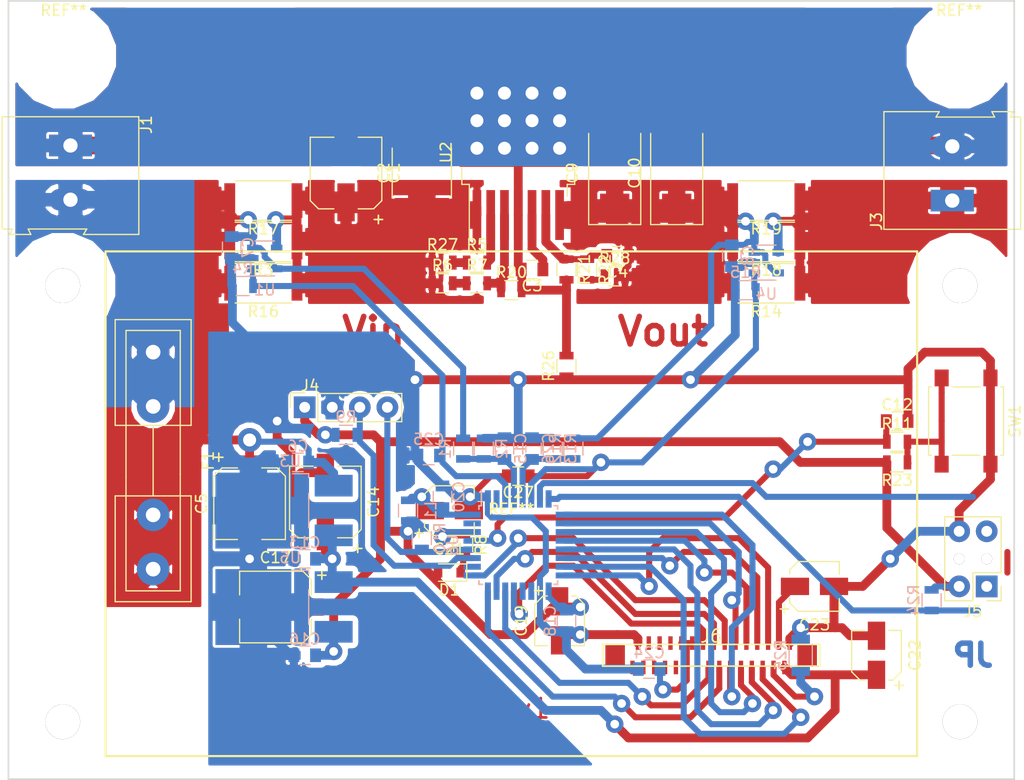
<source format=kicad_pcb>
(kicad_pcb (version 20171130) (host pcbnew "(5.0.0)")
  (layers (0 F.Cu signal) (31 B.Cu signal) (34 B.Paste user) (35 F.Paste user) (36 B.SilkS user) (37 F.SilkS user) (38 B.Mask user) (39 F.Mask user) (44 Edge.Cuts user))
  (net 0 "")
  (net 1 "Net-(C1-Pad1)")
  (net 2 GNDA)
  (net 3 SDA)
  (net 4 IN_Voltage)
  (net 5 IN_Current)
  (net 6 "Net-(R6-Pad2)")
  (net 7 OUT_Voltage)
  (net 8 OUT_Current)
  (net 9 "Net-(C3-Pad1)")
  (net 10 "Net-(C4-Pad2)")
  (net 11 "Net-(R5-Pad2)")
  (net 12 "Net-(R20-Pad1)")
  (net 13 "Net-(C10-Pad1)")
  (net 14 GND)
  (net 15 POWER_IN)
  (net 16 SWITCH)
  (net 17 +12V)
  (net 18 +3V3)
  (net 19 "Net-(C23-Pad1)")
  (net 20 "Net-(C24-Pad1)")
  (net 21 "Net-(D1-Pad1)")
  (net 22 SCK)
  (net 23 PDI_DATA)
  (net 24 PDI_CLK)
  (net 25 "Net-(J6-Pad4)")
  (net 26 /OLED_D7)
  (net 27 /OLED_D6)
  (net 28 /OLED_D5)
  (net 29 /OLED_D4)
  (net 30 /OLED_D3)
  (net 31 /OLED_D2)
  (net 32 /OLED_D1)
  (net 33 /OLED_D0)
  (net 34 /OLED_E/!RD)
  (net 35 /OLED_R/!W)
  (net 36 /OLED_D/!C)
  (net 37 /OLED_!RES)
  (net 38 /OLED_!DS)
  (net 39 LED)
  (net 40 "Net-(R11-Pad2)")
  (net 41 POWER_OUT)
  (net 42 /+3.3VA)
  (net 43 "Net-(R27-Pad2)")
  (net 44 "Net-(R22-Pad2)")
  (net 45 "Net-(F1-Pad1)")
  (module Capacitors_SMD:C_0805 (layer F.Cu) (at 101.235 71.12 180)
    (fp_text reference C4 (at 0 -1.5 180) (layer F.SilkS))
    (fp_text value 22n)
    (pad 1 smd rect (at -1 0 180) (size 1 1.25) (layers F.Cu F.Paste F.Mask) (net 13 "Net-(C10-Pad1)"))
    (pad 2 smd rect (at 1 0 180) (size 1 1.25) (layers F.Cu F.Paste F.Mask) (net 10 "Net-(C4-Pad2)"))
  )
  (module JPDisplays:OLED_0.96inch_128x64_I2C (layer F.Cu) (at 72.39 85.09)
    (fp_text reference J4 (at 0.5 -2) (layer F.SilkS))
    (fp_text value "OLED I2C")
    (pad 1 thru_hole rect (at 0 0) (size 2 2) (drill 1) (layers *.Cu *.Mask) (net 18 +3V3))
    (pad 2 thru_hole oval (at 2.54 0) (size 2 2) (drill 1) (layers *.Cu *.Mask) (net 14 GND))
    (pad 3 thru_hole oval (at 5.08 0) (size 2 2) (drill 1) (layers *.Cu *.Mask) (net 22 SCK))
    (pad 4 thru_hole oval (at 7.62 0) (size 2 2) (drill 1) (layers *.Cu *.Mask) (net 3 SDA))
  )
  (module Resistors_SMD:R_2512 (layer F.Cu) (at 68.58 66.04 180)
    (fp_text reference R17 (at 0 -2.6 180) (layer F.SilkS))
    (fp_text value 0R1)
    (pad 1 smd rect (at -3.1 0 180) (size 1 3.2) (layers F.Cu F.Paste F.Mask) (net 1 "Net-(C1-Pad1)"))
    (pad 2 smd rect (at 3.1 0 180) (size 1 3.2) (layers F.Cu F.Paste F.Mask) (net 15 POWER_IN))
  )
  (module Capacitors_SMD:C_0805 (layer B.Cu) (at 71.755 90.17 180)
    (fp_text reference C6 (at 0 1.5 180) (layer B.SilkS) (effects (justify mirror)))
    (fp_text value 100n)
    (pad 1 smd rect (at -1 0 180) (size 1 1.25) (layers B.Cu B.Paste B.Mask) (net 15 POWER_IN))
    (pad 2 smd rect (at 1 0 180) (size 1 1.25) (layers B.Cu B.Paste B.Mask) (net 14 GND))
  )
  (module Resistors_SMD:R_0805 (layer B.Cu) (at 86.995 88.9 270)
    (fp_text reference R1 (at 0 1.65 270) (layer B.SilkS) (effects (justify mirror)))
    (fp_text value 90k)
    (pad 1 smd rect (at -0.95 0 270) (size 0.7 1.3) (layers B.Cu B.Paste B.Mask) (net 15 POWER_IN))
    (pad 2 smd rect (at 0.95 0 270) (size 0.7 1.3) (layers B.Cu B.Paste B.Mask) (net 4 IN_Voltage))
  )
  (module Resistors_SMD:R_0805 (layer B.Cu) (at 88.9 88.9 90)
    (fp_text reference R2 (at 0 1.65 90) (layer B.SilkS) (effects (justify mirror)))
    (fp_text value 10k)
    (pad 1 smd rect (at -0.95 0 90) (size 0.7 1.3) (layers B.Cu B.Paste B.Mask) (net 4 IN_Voltage))
    (pad 2 smd rect (at 0.95 0 90) (size 0.7 1.3) (layers B.Cu B.Paste B.Mask) (net 14 GND))
  )
  (module Resistors_SMD:R_2512 (layer F.Cu) (at 68.58 69.85 180)
    (fp_text reference R3 (at 0 -2.6 180) (layer F.SilkS))
    (fp_text value 0R1)
    (pad 1 smd rect (at -3.1 0 180) (size 1 3.2) (layers F.Cu F.Paste F.Mask) (net 1 "Net-(C1-Pad1)"))
    (pad 2 smd rect (at 3.1 0 180) (size 1 3.2) (layers F.Cu F.Paste F.Mask) (net 15 POWER_IN))
  )
  (module Resistors_SMD:R_0805 (layer B.Cu) (at 66.675 73.914 180)
    (fp_text reference R4 (at 0 1.65 180) (layer B.SilkS) (effects (justify mirror)))
    (fp_text value 10k)
    (pad 1 smd rect (at -0.95 0 180) (size 0.7 1.3) (layers B.Cu B.Paste B.Mask) (net 5 IN_Current))
    (pad 2 smd rect (at 0.95 0 180) (size 0.7 1.3) (layers B.Cu B.Paste B.Mask) (net 14 GND))
  )
  (module Resistors_SMD:R_0805 (layer F.Cu) (at 88.265 71.755)
    (fp_text reference R5 (at 0 -1.65) (layer F.SilkS))
    (fp_text value 30k)
    (pad 1 smd rect (at -0.95 0) (size 0.7 1.3) (layers F.Cu F.Paste F.Mask) (net 43 "Net-(R27-Pad2)"))
    (pad 2 smd rect (at 0.95 0) (size 0.7 1.3) (layers F.Cu F.Paste F.Mask) (net 11 "Net-(R5-Pad2)"))
  )
  (module Resistors_SMD:R_0805 (layer F.Cu) (at 85.09 73.66)
    (fp_text reference R6 (at 0 -1.65) (layer F.SilkS))
    (fp_text value 30k)
    (pad 1 smd rect (at -0.95 0) (size 0.7 1.3) (layers F.Cu F.Paste F.Mask) (net 1 "Net-(C1-Pad1)"))
    (pad 2 smd rect (at 0.95 0) (size 0.7 1.3) (layers F.Cu F.Paste F.Mask) (net 6 "Net-(R6-Pad2)"))
  )
  (module Resistors_SMD:R_0805 (layer F.Cu) (at 88.265 73.66)
    (fp_text reference R7 (at 0 -1.65) (layer F.SilkS))
    (fp_text value 300k)
    (pad 1 smd rect (at -0.95 0) (size 0.7 1.3) (layers F.Cu F.Paste F.Mask) (net 6 "Net-(R6-Pad2)"))
    (pad 2 smd rect (at 0.95 0) (size 0.7 1.3) (layers F.Cu F.Paste F.Mask) (net 12 "Net-(R20-Pad1)"))
  )
  (module Resistors_SMD:R_0805 (layer F.Cu) (at 86.995 97.79 270)
    (fp_text reference R8 (at 0 -1.65 270) (layer F.SilkS))
    (fp_text value 10k)
    (pad 1 smd rect (at -0.95 0 270) (size 0.7 1.3) (layers F.Cu F.Paste F.Mask) (net 39 LED))
    (pad 2 smd rect (at 0.95 0 270) (size 0.7 1.3) (layers F.Cu F.Paste F.Mask) (net 21 "Net-(D1-Pad1)"))
  )
  (module Resistors_SMD:R_0805 (layer B.Cu) (at 76.2 87.63 180)
    (fp_text reference R9 (at 0 1.65 180) (layer B.SilkS) (effects (justify mirror)))
    (fp_text value 2k2)
    (pad 1 smd rect (at -0.95 0 180) (size 0.7 1.3) (layers B.Cu B.Paste B.Mask) (net 22 SCK))
    (pad 2 smd rect (at 0.95 0 180) (size 0.7 1.3) (layers B.Cu B.Paste B.Mask) (net 18 +3V3))
  )
  (module Resistors_SMD:R_0805 (layer B.Cu) (at 83.185 97.155 90)
    (fp_text reference R10 (at 0 1.65 90) (layer B.SilkS) (effects (justify mirror)))
    (fp_text value 2k2)
    (pad 1 smd rect (at -0.95 0 90) (size 0.7 1.3) (layers B.Cu B.Paste B.Mask) (net 3 SDA))
    (pad 2 smd rect (at 0.95 0 90) (size 0.7 1.3) (layers B.Cu B.Paste B.Mask) (net 18 +3V3))
  )
  (module Resistors_SMD:R_0805 (layer F.Cu) (at 127 88.265)
    (fp_text reference R11 (at 0 -1.65) (layer F.SilkS))
    (fp_text value 10k)
    (pad 1 smd rect (at -0.95 0) (size 0.7 1.3) (layers F.Cu F.Paste F.Mask) (net 16 SWITCH))
    (pad 2 smd rect (at 0.95 0) (size 0.7 1.3) (layers F.Cu F.Paste F.Mask) (net 40 "Net-(R11-Pad2)"))
  )
  (module Resistors_SMD:R_0805 (layer B.Cu) (at 97.155 88.9 270)
    (fp_text reference R12 (at 0 1.65 270) (layer B.SilkS) (effects (justify mirror)))
    (fp_text value 90k)
    (pad 1 smd rect (at -0.95 0 270) (size 0.7 1.3) (layers B.Cu B.Paste B.Mask) (net 13 "Net-(C10-Pad1)"))
    (pad 2 smd rect (at 0.95 0 270) (size 0.7 1.3) (layers B.Cu B.Paste B.Mask) (net 7 OUT_Voltage))
  )
  (module Resistors_SMD:R_0805 (layer B.Cu) (at 95.25 88.9 90)
    (fp_text reference R13 (at 0 1.65 90) (layer B.SilkS) (effects (justify mirror)))
    (fp_text value 10k)
    (pad 1 smd rect (at -0.95 0 90) (size 0.7 1.3) (layers B.Cu B.Paste B.Mask) (net 7 OUT_Voltage))
    (pad 2 smd rect (at 0.95 0 90) (size 0.7 1.3) (layers B.Cu B.Paste B.Mask) (net 14 GND))
  )
  (module Resistors_SMD:R_2512 (layer F.Cu) (at 114.935 73.66 180)
    (fp_text reference R14 (at 0 -2.6 180) (layer F.SilkS))
    (fp_text value 0R1)
    (pad 1 smd rect (at -3.1 0 180) (size 1 3.2) (layers F.Cu F.Paste F.Mask) (net 41 POWER_OUT))
    (pad 2 smd rect (at 3.1 0 180) (size 1 3.2) (layers F.Cu F.Paste F.Mask) (net 13 "Net-(C10-Pad1)"))
  )
  (module Resistors_SMD:R_0805 (layer B.Cu) (at 113.03 74.295 180)
    (fp_text reference R15 (at 0 1.65 180) (layer B.SilkS) (effects (justify mirror)))
    (fp_text value 10k)
    (pad 1 smd rect (at -0.95 0 180) (size 0.7 1.3) (layers B.Cu B.Paste B.Mask) (net 8 OUT_Current))
    (pad 2 smd rect (at 0.95 0 180) (size 0.7 1.3) (layers B.Cu B.Paste B.Mask) (net 14 GND))
  )
  (module TO_SOT_Packages_SMD:SOT-23-5 (layer B.Cu) (at 68.707 71.374)
    (fp_text reference U1 (at 0 2.9) (layer B.SilkS) (effects (justify mirror)))
    (fp_text value INA169)
    (pad 1 smd rect (at -1.1 0.95) (size 1.06 0.65) (layers B.Cu B.Paste B.Mask) (net 5 IN_Current))
    (pad 2 smd rect (at -1.1 0) (size 1.06 0.65) (layers B.Cu B.Paste B.Mask) (net 14 GND))
    (pad 3 smd rect (at -1.1 -0.95) (size 1.06 0.65) (layers B.Cu B.Paste B.Mask) (net 15 POWER_IN))
    (pad 4 smd rect (at 1.1 -0.95) (size 1.06 0.65) (layers B.Cu B.Paste B.Mask) (net 1 "Net-(C1-Pad1)"))
    (pad 5 smd rect (at 1.1 0.95) (size 1.06 0.65) (layers B.Cu B.Paste B.Mask) (net 15 POWER_IN))
  )
  (module TO_SOT_Packages_SMD:SOT-23-5 (layer B.Cu) (at 114.935 71.755)
    (fp_text reference U4 (at 0 2.9) (layer B.SilkS) (effects (justify mirror)))
    (fp_text value INA169)
    (pad 1 smd rect (at -1.1 0.95) (size 1.06 0.65) (layers B.Cu B.Paste B.Mask) (net 8 OUT_Current))
    (pad 2 smd rect (at -1.1 0) (size 1.06 0.65) (layers B.Cu B.Paste B.Mask) (net 14 GND))
    (pad 3 smd rect (at -1.1 -0.95) (size 1.06 0.65) (layers B.Cu B.Paste B.Mask) (net 13 "Net-(C10-Pad1)"))
    (pad 4 smd rect (at 1.1 -0.95) (size 1.06 0.65) (layers B.Cu B.Paste B.Mask) (net 41 POWER_OUT))
    (pad 5 smd rect (at 1.1 0.95) (size 1.06 0.65) (layers B.Cu B.Paste B.Mask) (net 13 "Net-(C10-Pad1)"))
  )
  (module Resistors_SMD:R_2512 (layer F.Cu) (at 68.58 73.66 180)
    (fp_text reference R16 (at 0 -2.6 180) (layer F.SilkS))
    (fp_text value 0R1)
    (pad 1 smd rect (at -3.1 0 180) (size 1 3.2) (layers F.Cu F.Paste F.Mask) (net 1 "Net-(C1-Pad1)"))
    (pad 2 smd rect (at 3.1 0 180) (size 1 3.2) (layers F.Cu F.Paste F.Mask) (net 15 POWER_IN))
  )
  (module Resistors_SMD:R_2512 (layer F.Cu) (at 114.935 69.85 180)
    (fp_text reference R18 (at 0 -2.6 180) (layer F.SilkS))
    (fp_text value 0R1)
    (pad 1 smd rect (at -3.1 0 180) (size 1 3.2) (layers F.Cu F.Paste F.Mask) (net 41 POWER_OUT))
    (pad 2 smd rect (at 3.1 0 180) (size 1 3.2) (layers F.Cu F.Paste F.Mask) (net 13 "Net-(C10-Pad1)"))
  )
  (module Resistors_SMD:R_2512 (layer F.Cu) (at 114.935 66.04 180)
    (fp_text reference R19 (at 0 -2.6 180) (layer F.SilkS))
    (fp_text value 0R1)
    (pad 1 smd rect (at -3.1 0 180) (size 1 3.2) (layers F.Cu F.Paste F.Mask) (net 41 POWER_OUT))
    (pad 2 smd rect (at 3.1 0 180) (size 1 3.2) (layers F.Cu F.Paste F.Mask) (net 13 "Net-(C10-Pad1)"))
  )
  (module Capacitors_SMD:C_0805 (layer B.Cu) (at 65.659 70.358 90)
    (fp_text reference C7 (at 0 1.5 90) (layer B.SilkS) (effects (justify mirror)))
    (fp_text value 100n)
    (pad 1 smd rect (at -1 0 90) (size 1 1.25) (layers B.Cu B.Paste B.Mask) (net 14 GND))
    (pad 2 smd rect (at 1 0 90) (size 1 1.25) (layers B.Cu B.Paste B.Mask) (net 15 POWER_IN))
  )
  (module Capacitors_SMD:C_0805 (layer B.Cu) (at 111.76 71.12 90)
    (fp_text reference C8 (at 0 1.5 90) (layer B.SilkS) (effects (justify mirror)))
    (fp_text value 100n)
    (pad 1 smd rect (at -1 0 90) (size 1 1.25) (layers B.Cu B.Paste B.Mask) (net 14 GND))
    (pad 2 smd rect (at 1 0 90) (size 1 1.25) (layers B.Cu B.Paste B.Mask) (net 13 "Net-(C10-Pad1)"))
  )
  (module Capacitors_SMD:C_0805 (layer F.Cu) (at 93.345 72.39 180)
    (fp_text reference C3 (at 0 -1.5 180) (layer F.SilkS))
    (fp_text value 4u7)
    (pad 1 smd rect (at -1 0 180) (size 1 1.25) (layers F.Cu F.Paste F.Mask) (net 9 "Net-(C3-Pad1)"))
    (pad 2 smd rect (at 1 0 180) (size 1 1.25) (layers F.Cu F.Paste F.Mask) (net 2 GNDA))
  )
  (module Resistors_SMD:R_0805 (layer F.Cu) (at 91.44 74.295)
    (fp_text reference R20 (at 0 -1.65) (layer F.SilkS))
    (fp_text value 20k)
    (pad 1 smd rect (at -0.95 0) (size 0.7 1.3) (layers F.Cu F.Paste F.Mask) (net 12 "Net-(R20-Pad1)"))
    (pad 2 smd rect (at 0.95 0) (size 0.7 1.3) (layers F.Cu F.Paste F.Mask) (net 2 GNDA))
  )
  (module Resistors_SMD:R_0805 (layer F.Cu) (at 96.52 72.39 270)
    (fp_text reference R21 (at 0 -1.65 270) (layer F.SilkS))
    (fp_text value 2k2)
    (pad 1 smd rect (at -0.95 0 270) (size 0.7 1.3) (layers F.Cu F.Paste F.Mask) (net 10 "Net-(C4-Pad2)"))
    (pad 2 smd rect (at 0.95 0 270) (size 0.7 1.3) (layers F.Cu F.Paste F.Mask) (net 2 GNDA))
  )
  (module Resistors_SMD:R_0805 (layer F.Cu) (at 98.425 72.39 270)
    (fp_text reference R22 (at 0 -1.65 270) (layer F.SilkS))
    (fp_text value 15k4)
    (pad 1 smd rect (at -0.95 0 270) (size 0.7 1.3) (layers F.Cu F.Paste F.Mask) (net 10 "Net-(C4-Pad2)"))
    (pad 2 smd rect (at 0.95 0 270) (size 0.7 1.3) (layers F.Cu F.Paste F.Mask) (net 44 "Net-(R22-Pad2)"))
  )
  (module TO_SOT_Packages_SMD:TO-263-7_TabPin4 (layer F.Cu) (at 92.075 61.595 90)
    (fp_text reference U2 (at 0 -6.65 90) (layer F.SilkS))
    (fp_text value LMZ14203H)
    (pad 1 smd rect (at -5.775 -3.81 90) (size 4.6 0.8) (layers F.Cu F.Paste F.Mask) (net 1 "Net-(C1-Pad1)"))
    (pad 2 smd rect (at -5.775 -2.54 90) (size 4.6 0.8) (layers F.Cu F.Paste F.Mask) (net 11 "Net-(R5-Pad2)"))
    (pad 3 smd rect (at -5.775 -1.27 90) (size 4.6 0.8) (layers F.Cu F.Paste F.Mask) (net 12 "Net-(R20-Pad1)"))
    (pad 4 smd rect (at -5.775 0 90) (size 4.6 0.8) (layers F.Cu F.Paste F.Mask) (net 2 GNDA))
    (pad 5 smd rect (at -5.775 1.27 90) (size 4.6 0.8) (layers F.Cu F.Paste F.Mask) (net 9 "Net-(C3-Pad1)"))
    (pad 6 smd rect (at -5.775 2.54 90) (size 4.6 0.8) (layers F.Cu F.Paste F.Mask) (net 10 "Net-(C4-Pad2)"))
    (pad 7 smd rect (at -5.775 3.81 90) (size 4.6 0.8) (layers F.Cu F.Paste F.Mask) (net 13 "Net-(C10-Pad1)"))
    (pad 4 smd rect (at 3.375 0 90) (size 9.4 10.8) (layers F.Cu F.Mask) (net 2 GNDA))
    (pad 4 smd rect (at 5.8 2.775 90) (size 4.55 5.25) (layers F.Cu F.Paste) (net 2 GNDA))
    (pad 4 smd rect (at 0.95 -2.775 90) (size 4.55 5.25) (layers F.Cu F.Paste) (net 2 GNDA))
    (pad 4 smd rect (at 5.8 -2.775 90) (size 4.55 5.25) (layers F.Cu F.Paste) (net 2 GNDA))
    (pad 4 smd rect (at 0.95 2.775 90) (size 4.55 5.25) (layers F.Cu F.Paste) (net 2 GNDA))
  )
  (module Capacitors_SMD:CP_Elec_6.3x7.7 (layer F.Cu) (at 76.2 63.5 90)
    (fp_text reference C1 (at 0 4.43 90) (layer F.SilkS))
    (fp_text value 100u)
    (fp_text user + (at -4.28 2.91 90) (layer F.SilkS))
    (pad 1 smd rect (at -2.7 0 270) (size 3.5 1.6) (layers F.Cu F.Paste F.Mask) (net 1 "Net-(C1-Pad1)"))
    (pad 2 smd rect (at 2.7 0 270) (size 3.5 1.6) (layers F.Cu F.Paste F.Mask) (net 2 GNDA))
  )
  (module Capacitors_SMD:C_0805 (layer F.Cu) (at 127 86.36)
    (fp_text reference C12 (at 0 -1.5) (layer F.SilkS))
    (fp_text value 10n)
    (pad 2 smd rect (at 1 0) (size 1 1.25) (layers F.Cu F.Paste F.Mask) (net 14 GND))
    (pad 1 smd rect (at -1 0) (size 1 1.25) (layers F.Cu F.Paste F.Mask) (net 16 SWITCH))
  )
  (module Capacitors_SMD:C_0805 (layer B.Cu) (at 72.39 99.06 180)
    (fp_text reference C13 (at 0 1.5 180) (layer B.SilkS) (effects (justify mirror)))
    (fp_text value 100n)
    (pad 2 smd rect (at 1 0 180) (size 1 1.25) (layers B.Cu B.Paste B.Mask) (net 14 GND))
    (pad 1 smd rect (at -1 0 180) (size 1 1.25) (layers B.Cu B.Paste B.Mask) (net 17 +12V))
  )
  (module Capacitors_SMD:CP_Elec_6.3x7.7 (layer F.Cu) (at 74.295 93.82 90)
    (fp_text reference C14 (at 0 4.43 90) (layer F.SilkS))
    (fp_text value 100u)
    (fp_text user + (at -4.28 2.91 90) (layer F.SilkS))
    (pad 2 smd rect (at 2.7 0 270) (size 3.5 1.6) (layers F.Cu F.Paste F.Mask) (net 14 GND))
    (pad 1 smd rect (at -2.7 0 270) (size 3.5 1.6) (layers F.Cu F.Paste F.Mask) (net 17 +12V))
  )
  (module Capacitors_SMD:C_0805 (layer B.Cu) (at 72.39 107.95 180)
    (fp_text reference C16 (at 0 1.5 180) (layer B.SilkS) (effects (justify mirror)))
    (fp_text value 100n)
    (pad 1 smd rect (at -1 0 180) (size 1 1.25) (layers B.Cu B.Paste B.Mask) (net 18 +3V3))
    (pad 2 smd rect (at 1 0 180) (size 1 1.25) (layers B.Cu B.Paste B.Mask) (net 14 GND))
  )
  (module Capacitors_SMD:CP_Elec_6.3x5.8 (layer F.Cu) (at 69.69 103.505 180)
    (fp_text reference C17 (at 0 4.56 180) (layer F.SilkS))
    (fp_text value 47u)
    (fp_text user + (at -4.28 3.01 180) (layer F.SilkS))
    (pad 2 smd rect (at 2.7 0) (size 3.5 1.6) (layers F.Cu F.Paste F.Mask) (net 14 GND))
    (pad 1 smd rect (at -2.7 0) (size 3.5 1.6) (layers F.Cu F.Paste F.Mask) (net 18 +3V3))
  )
  (module Capacitors_SMD:C_0805 (layer B.Cu) (at 96.52 104.775 270)
    (fp_text reference C18 (at 0 1.5 270) (layer B.SilkS) (effects (justify mirror)))
    (fp_text value 100n)
    (pad 1 smd rect (at -1 0 270) (size 1 1.25) (layers B.Cu B.Paste B.Mask) (net 18 +3V3))
    (pad 2 smd rect (at 1 0 270) (size 1 1.25) (layers B.Cu B.Paste B.Mask) (net 14 GND))
  )
  (module Capacitors_SMD:CP_Elec_4x5.8 (layer F.Cu) (at 95.885 104.775 270)
    (fp_text reference C19 (at 0 3.54 270) (layer F.SilkS))
    (fp_text value 10u)
    (fp_text user + (at -2.78 2.01 270) (layer F.SilkS))
    (pad 2 smd rect (at 1.8 0 90) (size 2.6 1.6) (layers F.Cu F.Paste F.Mask) (net 14 GND))
    (pad 1 smd rect (at -1.8 0 90) (size 2.6 1.6) (layers F.Cu F.Paste F.Mask) (net 18 +3V3))
  )
  (module Capacitors_SMD:C_0805 (layer B.Cu) (at 85.09 93.345 90)
    (fp_text reference C20 (at 0 1.5 90) (layer B.SilkS) (effects (justify mirror)))
    (fp_text value 100n)
    (pad 1 smd rect (at -1 0 90) (size 1 1.25) (layers B.Cu B.Paste B.Mask) (net 42 /+3.3VA))
    (pad 2 smd rect (at 1 0 90) (size 1 1.25) (layers B.Cu B.Paste B.Mask) (net 14 GND))
  )
  (module Capacitors_SMD:CP_Elec_4x5.8 (layer F.Cu) (at 85.725 94.615)
    (fp_text reference C21 (at 0 3.54) (layer F.SilkS))
    (fp_text value 10u)
    (fp_text user + (at -2.78 2.01) (layer F.SilkS))
    (pad 1 smd rect (at -1.8 0 180) (size 2.6 1.6) (layers F.Cu F.Paste F.Mask) (net 42 /+3.3VA))
    (pad 2 smd rect (at 1.8 0 180) (size 2.6 1.6) (layers F.Cu F.Paste F.Mask) (net 14 GND))
  )
  (module Capacitors_SMD:CP_Elec_4x5.8 (layer F.Cu) (at 125.095 107.95 90)
    (fp_text reference C22 (at 0 3.54 90) (layer F.SilkS))
    (fp_text value 10u)
    (fp_text user + (at -2.78 2.01 90) (layer F.SilkS))
    (pad 1 smd rect (at -1.8 0 270) (size 2.6 1.6) (layers F.Cu F.Paste F.Mask) (net 17 +12V))
    (pad 2 smd rect (at 1.8 0 270) (size 2.6 1.6) (layers F.Cu F.Paste F.Mask) (net 14 GND))
  )
  (module Capacitors_SMD:CP_Elec_4x5.8 (layer F.Cu) (at 119.38 101.6)
    (fp_text reference C23 (at 0 3.54) (layer F.SilkS))
    (fp_text value 10u)
    (fp_text user + (at -2.78 2.01) (layer F.SilkS))
    (pad 2 smd rect (at 1.8 0 180) (size 2.6 1.6) (layers F.Cu F.Paste F.Mask) (net 14 GND))
    (pad 1 smd rect (at -1.8 0 180) (size 2.6 1.6) (layers F.Cu F.Paste F.Mask) (net 19 "Net-(C23-Pad1)"))
  )
  (module Capacitors_SMD:C_0805 (layer B.Cu) (at 104.14 109.22 180)
    (fp_text reference C24 (at 0 1.5 180) (layer B.SilkS) (effects (justify mirror)))
    (fp_text value 1u)
    (pad 1 smd rect (at -1 0 180) (size 1 1.25) (layers B.Cu B.Paste B.Mask) (net 20 "Net-(C24-Pad1)"))
    (pad 2 smd rect (at 1 0 180) (size 1 1.25) (layers B.Cu B.Paste B.Mask) (net 14 GND))
  )
  (module Diodes_SMD:D_0805 (layer F.Cu) (at 85.725 100.33 180)
    (fp_text reference D1 (at 0 -1.6 180) (layer F.SilkS))
    (fp_text value LED)
    (pad 2 smd rect (at 1.05 0 180) (size 0.8 0.9) (layers F.Cu F.Paste F.Mask) (net 18 +3V3))
    (pad 1 smd rect (at -1.05 0 180) (size 0.8 0.9) (layers F.Cu F.Paste F.Mask) (net 21 "Net-(D1-Pad1)"))
  )
  (module Connectors_Terminal_Blocks:TerminalBlock_Altech_AK300-2_P5.00mm (layer F.Cu) (at 50.8 60.96 270)
    (fp_text reference J1 (at -1.92 -6.99 270) (layer F.SilkS))
    (fp_text value "Power IN")
    (pad 2 thru_hole oval (at 5 0 270) (size 1.98 3.96) (drill 1.32) (layers *.Cu *.Mask) (net 45 "Net-(F1-Pad1)"))
    (pad 1 thru_hole rect (at 0 0 270) (size 1.98 3.96) (drill 1.32) (layers *.Cu *.Mask) (net 2 GNDA))
  )
  (module Connectors_Terminal_Blocks:TerminalBlock_Altech_AK300-2_P5.00mm (layer F.Cu) (at 132.08 66.04 90)
    (fp_text reference J3 (at -1.92 -6.99 90) (layer F.SilkS))
    (fp_text value "Power OUT")
    (pad 1 thru_hole rect (at 0 0 90) (size 1.98 3.96) (drill 1.32) (layers *.Cu *.Mask) (net 41 POWER_OUT))
    (pad 2 thru_hole oval (at 5 0 90) (size 1.98 3.96) (drill 1.32) (layers *.Cu *.Mask) (net 2 GNDA))
  )
  (module Pin_Headers:Pin_Header_Straight_2x03_Pitch2.54mm (layer F.Cu) (at 135.255 101.6 180)
    (fp_text reference J5 (at 1.27 -2.33 180) (layer F.SilkS))
    (fp_text value PDI)
    (pad 6 thru_hole oval (at 2.54 5.08 180) (size 2 2) (drill 1) (layers *.Cu *.Mask) (net 14 GND))
    (pad 5 thru_hole oval (at 0 5.08 180) (size 2 2) (drill 1) (layers *.Cu *.Mask) (net 24 PDI_CLK))
    (pad 4 thru_hole oval (at 2.54 2.54 180) (size 1 1) (drill 1) (layers *.Cu *.Mask))
    (pad 3 thru_hole oval (at 0 2.54 180) (size 1 1) (drill 1) (layers *.Cu *.Mask))
    (pad 2 thru_hole oval (at 2.54 0 180) (size 2 2) (drill 1) (layers *.Cu *.Mask) (net 18 +3V3))
    (pad 1 thru_hole rect (at 0 0 180) (size 2 2) (drill 1) (layers *.Cu *.Mask) (net 23 PDI_DATA))
  )
  (module JPConnectors:FPC_30 (layer F.Cu) (at 109.855 107.95 180)
    (fp_text reference J6 (at 0 1.775 180) (layer F.SilkS) (effects (font (size 1.2 1.2))))
    (fp_text value OLED)
    (pad 1 smd rect (at -7.25 1.125 180) (size 0.4 1.25) (layers F.Cu F.Paste F.Mask) (net 14 GND))
    (pad 2 smd rect (at -6.75 -1.125 180) (size 0.4 1.25) (layers F.Cu F.Paste F.Mask) (net 17 +12V))
    (pad 3 smd rect (at -6.25 1.125 180) (size 0.4 1.25) (layers F.Cu F.Paste F.Mask) (net 19 "Net-(C23-Pad1)"))
    (pad 4 smd rect (at -5.75 -1.125 180) (size 0.4 1.25) (layers F.Cu F.Paste F.Mask) (net 25 "Net-(J6-Pad4)"))
    (pad 5 smd rect (at -5.25 1.125 180) (size 0.4 1.25) (layers F.Cu F.Paste F.Mask) (net 26 /OLED_D7))
    (pad 6 smd rect (at -4.75 -1.125 180) (size 0.4 1.25) (layers F.Cu F.Paste F.Mask) (net 27 /OLED_D6))
    (pad 7 smd rect (at -4.25 1.125 180) (size 0.4 1.25) (layers F.Cu F.Paste F.Mask) (net 28 /OLED_D5))
    (pad 8 smd rect (at -3.75 -1.125 180) (size 0.4 1.25) (layers F.Cu F.Paste F.Mask) (net 29 /OLED_D4))
    (pad 9 smd rect (at -3.25 1.125 180) (size 0.4 1.25) (layers F.Cu F.Paste F.Mask) (net 30 /OLED_D3))
    (pad 10 smd rect (at -2.75 -1.125 180) (size 0.4 1.25) (layers F.Cu F.Paste F.Mask) (net 31 /OLED_D2))
    (pad 11 smd rect (at -2.25 1.125 180) (size 0.4 1.25) (layers F.Cu F.Paste F.Mask) (net 32 /OLED_D1))
    (pad 12 smd rect (at -1.75 -1.125 180) (size 0.4 1.25) (layers F.Cu F.Paste F.Mask) (net 33 /OLED_D0))
    (pad 13 smd rect (at -1.25 1.125 180) (size 0.4 1.25) (layers F.Cu F.Paste F.Mask) (net 34 /OLED_E/!RD))
    (pad 14 smd rect (at -0.75 -1.125 180) (size 0.4 1.25) (layers F.Cu F.Paste F.Mask) (net 35 /OLED_R/!W))
    (pad 15 smd rect (at -0.25 1.125 180) (size 0.4 1.25) (layers F.Cu F.Paste F.Mask) (net 36 /OLED_D/!C))
    (pad 16 smd rect (at 0.25 -1.125 180) (size 0.4 1.25) (layers F.Cu F.Paste F.Mask) (net 37 /OLED_!RES))
    (pad 17 smd rect (at 0.75 1.125 180) (size 0.4 1.25) (layers F.Cu F.Paste F.Mask) (net 38 /OLED_!DS))
    (pad 18 smd rect (at 1.25 -1.125 180) (size 0.4 1.25) (layers F.Cu F.Paste F.Mask))
    (pad 19 smd rect (at 1.75 1.125 180) (size 0.4 1.25) (layers F.Cu F.Paste F.Mask) (net 20 "Net-(C24-Pad1)"))
    (pad 20 smd rect (at 2.25 -1.125 180) (size 0.4 1.25) (layers F.Cu F.Paste F.Mask) (net 20 "Net-(C24-Pad1)"))
    (pad 21 smd rect (at 2.75 1.125 180) (size 0.4 1.25) (layers F.Cu F.Paste F.Mask) (net 20 "Net-(C24-Pad1)"))
    (pad 22 smd rect (at 3.25 -1.125 180) (size 0.4 1.25) (layers F.Cu F.Paste F.Mask))
    (pad 23 smd rect (at 3.75 1.125 180) (size 0.4 1.25) (layers F.Cu F.Paste F.Mask))
    (pad 24 smd rect (at 4.25 -1.125 180) (size 0.4 1.25) (layers F.Cu F.Paste F.Mask))
    (pad 25 smd rect (at 4.75 1.125 180) (size 0.4 1.25) (layers F.Cu F.Paste F.Mask))
    (pad 26 smd rect (at 5.25 -1.125 180) (size 0.4 1.25) (layers F.Cu F.Paste F.Mask))
    (pad 27 smd rect (at 5.75 1.125 180) (size 0.4 1.25) (layers F.Cu F.Paste F.Mask))
    (pad 28 smd rect (at 6.25 -1.125 180) (size 0.4 1.25) (layers F.Cu F.Paste F.Mask))
    (pad 29 smd rect (at 6.75 1.125 180) (size 0.4 1.25) (layers F.Cu F.Paste F.Mask) (net 14 GND))
    (pad 30 smd rect (at 7.25 -1.125 180) (size 0.4 1.25) (layers F.Cu F.Paste F.Mask))
    (pad "" smd rect (at -8.85 0 180) (size 1.8 2) (layers F.Cu F.Paste F.Mask))
    (pad "" smd rect (at 8.85 0 180) (size 1.8 2) (layers F.Cu F.Paste F.Mask))
  )
  (module Inductors_SMD:L_0805 (layer B.Cu) (at 81.915 94.615 90)
    (fp_text reference L1 (at 0 2.1 90) (layer B.SilkS) (effects (justify mirror)))
    (fp_text value 10u)
    (pad 2 smd rect (at 0.95 0 90) (size 0.7 1.3) (layers B.Cu B.Paste B.Mask) (net 42 /+3.3VA))
    (pad 1 smd rect (at -0.95 0 90) (size 0.7 1.3) (layers B.Cu B.Paste B.Mask) (net 18 +3V3))
  )
  (module Resistors_SMD:R_0805 (layer F.Cu) (at 127 90.17 180)
    (fp_text reference R23 (at 0 -1.65 180) (layer F.SilkS))
    (fp_text value 10k)
    (pad 2 smd rect (at 0.95 0 180) (size 0.7 1.3) (layers F.Cu F.Paste F.Mask) (net 18 +3V3))
    (pad 1 smd rect (at -0.95 0 180) (size 0.7 1.3) (layers F.Cu F.Paste F.Mask) (net 40 "Net-(R11-Pad2)"))
  )
  (module Resistors_SMD:R_0805 (layer B.Cu) (at 130.175 102.87 270)
    (fp_text reference R24 (at 0 1.65 270) (layer B.SilkS) (effects (justify mirror)))
    (fp_text value 10k)
    (pad 2 smd rect (at 0.95 0 270) (size 0.7 1.3) (layers B.Cu B.Paste B.Mask) (net 24 PDI_CLK))
    (pad 1 smd rect (at -0.95 0 270) (size 0.7 1.3) (layers B.Cu B.Paste B.Mask) (net 18 +3V3))
  )
  (module Resistors_SMD:R_0805 (layer F.Cu) (at 96.52 81.28 90)
    (fp_text reference R26 (at 0 -1.65 90) (layer F.SilkS))
    (fp_text value 0)
    (pad 1 smd rect (at -0.95 0 90) (size 0.7 1.3) (layers F.Cu F.Paste F.Mask) (net 14 GND))
    (pad 2 smd rect (at 0.95 0 90) (size 0.7 1.3) (layers F.Cu F.Paste F.Mask) (net 2 GNDA))
  )
  (module TO_SOT_Packages_SMD:TO-252-2_Rectifier (layer B.Cu) (at 70.485 94.615 180)
    (fp_text reference U3 (at -0.575 4.55 180) (layer B.SilkS) (effects (justify mirror)))
    (fp_text value L78M12)
    (pad 2 smd rect (at 2.825 0 270) (size 7 7) (layers B.Cu B.Paste B.Mask) (net 14 GND))
    (pad 3 smd rect (at -4.575 -2.28 270) (size 2 3.5) (layers B.Cu B.Paste B.Mask) (net 17 +12V))
    (pad 1 smd rect (at -4.575 2.3 270) (size 2 3.5) (layers B.Cu B.Paste B.Mask) (net 15 POWER_IN))
  )
  (module TO_SOT_Packages_SMD:TO-252-2_Rectifier (layer B.Cu) (at 70.485 103.505 180)
    (fp_text reference U5 (at -0.575 4.55 180) (layer B.SilkS) (effects (justify mirror)))
    (fp_text value UA78M33)
    (pad 1 smd rect (at -4.575 2.3 270) (size 2 3.5) (layers B.Cu B.Paste B.Mask) (net 17 +12V))
    (pad 3 smd rect (at -4.575 -2.28 270) (size 2 3.5) (layers B.Cu B.Paste B.Mask) (net 18 +3V3))
    (pad 2 smd rect (at 2.825 0 270) (size 7 7) (layers B.Cu B.Paste B.Mask) (net 14 GND))
  )
  (module Housings_QFP:TQFP-32_7x7mm_Pitch0.8mm (layer B.Cu) (at 92.075 97.79 270)
    (fp_text reference U6 (at 0 6.05 270) (layer B.SilkS) (effects (justify mirror)))
    (fp_text value ATXMEGA32E5-AU)
    (pad 32 smd rect (at -2.8 4.25 180) (size 1.6 0.55) (layers B.Cu B.Paste B.Mask) (net 42 /+3.3VA))
    (pad 31 smd rect (at -2 4.25 180) (size 1.6 0.55) (layers B.Cu B.Paste B.Mask))
    (pad 30 smd rect (at -1.2 4.25 180) (size 1.6 0.55) (layers B.Cu B.Paste B.Mask) (net 39 LED))
    (pad 29 smd rect (at -0.4 4.25 180) (size 1.6 0.55) (layers B.Cu B.Paste B.Mask) (net 16 SWITCH))
    (pad 28 smd rect (at 0.4 4.25 180) (size 1.6 0.55) (layers B.Cu B.Paste B.Mask) (net 3 SDA))
    (pad 27 smd rect (at 1.2 4.25 180) (size 1.6 0.55) (layers B.Cu B.Paste B.Mask) (net 22 SCK))
    (pad 26 smd rect (at 2 4.25 180) (size 1.6 0.55) (layers B.Cu B.Paste B.Mask))
    (pad 25 smd rect (at 2.8 4.25 180) (size 1.6 0.55) (layers B.Cu B.Paste B.Mask) (net 34 /OLED_E/!RD))
    (pad 24 smd rect (at 4.25 2.8 270) (size 1.6 0.55) (layers B.Cu B.Paste B.Mask) (net 35 /OLED_R/!W))
    (pad 23 smd rect (at 4.25 2 270) (size 1.6 0.55) (layers B.Cu B.Paste B.Mask) (net 36 /OLED_D/!C))
    (pad 22 smd rect (at 4.25 1.2 270) (size 1.6 0.55) (layers B.Cu B.Paste B.Mask) (net 37 /OLED_!RES))
    (pad 21 smd rect (at 4.25 0.4 270) (size 1.6 0.55) (layers B.Cu B.Paste B.Mask) (net 38 /OLED_!DS))
    (pad 20 smd rect (at 4.25 -0.4 270) (size 1.6 0.55) (layers B.Cu B.Paste B.Mask))
    (pad 19 smd rect (at 4.25 -1.2 270) (size 1.6 0.55) (layers B.Cu B.Paste B.Mask))
    (pad 18 smd rect (at 4.25 -2 270) (size 1.6 0.55) (layers B.Cu B.Paste B.Mask) (net 14 GND))
    (pad 17 smd rect (at 4.25 -2.8 270) (size 1.6 0.55) (layers B.Cu B.Paste B.Mask) (net 18 +3V3))
    (pad 16 smd rect (at 2.8 -4.25 180) (size 1.6 0.55) (layers B.Cu B.Paste B.Mask) (net 26 /OLED_D7))
    (pad 15 smd rect (at 2 -4.25 180) (size 1.6 0.55) (layers B.Cu B.Paste B.Mask) (net 27 /OLED_D6))
    (pad 14 smd rect (at 1.2 -4.25 180) (size 1.6 0.55) (layers B.Cu B.Paste B.Mask) (net 28 /OLED_D5))
    (pad 13 smd rect (at 0.4 -4.25 180) (size 1.6 0.55) (layers B.Cu B.Paste B.Mask) (net 29 /OLED_D4))
    (pad 12 smd rect (at -0.4 -4.25 180) (size 1.6 0.55) (layers B.Cu B.Paste B.Mask) (net 30 /OLED_D3))
    (pad 11 smd rect (at -1.2 -4.25 180) (size 1.6 0.55) (layers B.Cu B.Paste B.Mask) (net 31 /OLED_D2))
    (pad 10 smd rect (at -2 -4.25 180) (size 1.6 0.55) (layers B.Cu B.Paste B.Mask) (net 32 /OLED_D1))
    (pad 9 smd rect (at -2.8 -4.25 180) (size 1.6 0.55) (layers B.Cu B.Paste B.Mask) (net 33 /OLED_D0))
    (pad 8 smd rect (at -4.25 -2.8 270) (size 1.6 0.55) (layers B.Cu B.Paste B.Mask) (net 24 PDI_CLK))
    (pad 7 smd rect (at -4.25 -2 270) (size 1.6 0.55) (layers B.Cu B.Paste B.Mask) (net 23 PDI_DATA))
    (pad 6 smd rect (at -4.25 -1.2 270) (size 1.6 0.55) (layers B.Cu B.Paste B.Mask) (net 8 OUT_Current))
    (pad 5 smd rect (at -4.25 -0.4 270) (size 1.6 0.55) (layers B.Cu B.Paste B.Mask) (net 7 OUT_Voltage))
    (pad 4 smd rect (at -4.25 0.4 270) (size 1.6 0.55) (layers B.Cu B.Paste B.Mask) (net 4 IN_Voltage))
    (pad 3 smd rect (at -4.25 1.2 270) (size 1.6 0.55) (layers B.Cu B.Paste B.Mask) (net 5 IN_Current))
    (pad 2 smd rect (at -4.25 2 270) (size 1.6 0.55) (layers B.Cu B.Paste B.Mask))
    (pad 1 smd rect (at -4.25 2.8 270) (size 1.6 0.55) (layers B.Cu B.Paste B.Mask) (net 14 GND))
  )
  (module Capacitors_SMD:CP_Elec_6.3x7.7 (layer F.Cu) (at 67.31 93.98 270)
    (fp_text reference C5 (at 0 4.43 270) (layer F.SilkS))
    (fp_text value 100u)
    (fp_text user + (at -4.28 2.91 270) (layer F.SilkS))
    (pad 2 smd rect (at 2.7 0 90) (size 3.5 1.6) (layers F.Cu F.Paste F.Mask) (net 14 GND))
    (pad 1 smd rect (at -2.7 0 90) (size 3.5 1.6) (layers F.Cu F.Paste F.Mask) (net 15 POWER_IN))
  )
  (module Mounting_Holes:MountingHole_3.2mm_M3 (layer F.Cu) (at 132.715 52.705)
    (fp_text reference REF** (at 0 -4.2) (layer F.SilkS))
    (fp_text value MountingHole_3.2mm_M3)
    (pad "" np_thru_hole circle (at 0 0) (size 3.2 3.2) (drill 3.2) (layers *.Cu *.Mask) (clearance 3.25))
  )
  (module Mounting_Holes:MountingHole_3.2mm_M3 (layer F.Cu) (at 50.165 52.705)
    (fp_text reference REF** (at 0 -4.2) (layer F.SilkS))
    (fp_text value MountingHole_3.2mm_M3)
    (pad "" np_thru_hole circle (at 0 0) (size 3.2 3.2) (drill 3.2) (layers *.Cu *.Mask) (clearance 3.25))
  )
  (module Capacitors_SMD:C_0805 (layer B.Cu) (at 90.805 88.9 90)
    (fp_text reference C15 (at 0 1.5 90) (layer B.SilkS) (effects (justify mirror)))
    (fp_text value 100n)
    (pad 2 smd rect (at 1 0 90) (size 1 1.25) (layers B.Cu B.Paste B.Mask) (net 14 GND))
    (pad 1 smd rect (at -1 0 90) (size 1 1.25) (layers B.Cu B.Paste B.Mask) (net 4 IN_Voltage))
  )
  (module Capacitors_SMD:C_0805 (layer B.Cu) (at 83.82 89.535 180)
    (fp_text reference C25 (at 0 1.5 180) (layer B.SilkS) (effects (justify mirror)))
    (fp_text value 100n)
    (pad 1 smd rect (at -1 0 180) (size 1 1.25) (layers B.Cu B.Paste B.Mask) (net 5 IN_Current))
    (pad 2 smd rect (at 1 0 180) (size 1 1.25) (layers B.Cu B.Paste B.Mask) (net 14 GND))
  )
  (module Capacitors_SMD:C_0805 (layer B.Cu) (at 93.345 88.9 90)
    (fp_text reference C26 (at 0 1.5 90) (layer B.SilkS) (effects (justify mirror)))
    (fp_text value 100n)
    (pad 2 smd rect (at 1 0 90) (size 1 1.25) (layers B.Cu B.Paste B.Mask) (net 14 GND))
    (pad 1 smd rect (at -1 0 90) (size 1 1.25) (layers B.Cu B.Paste B.Mask) (net 7 OUT_Voltage))
  )
  (module Capacitors_SMD:C_0805 (layer F.Cu) (at 92.075 91.44 180)
    (fp_text reference C27 (at 0 -1.5 180) (layer F.SilkS))
    (fp_text value 100n)
    (pad 1 smd rect (at -1 0 180) (size 1 1.25) (layers F.Cu F.Paste F.Mask) (net 8 OUT_Current))
    (pad 2 smd rect (at 1 0 180) (size 1 1.25) (layers F.Cu F.Paste F.Mask) (net 14 GND))
  )
  (module Resistors_SMD:R_0805 (layer F.Cu) (at 85.09 71.755)
    (fp_text reference R27 (at 0 -1.65) (layer F.SilkS))
    (fp_text value 220k)
    (pad 1 smd rect (at -0.95 0) (size 0.7 1.3) (layers F.Cu F.Paste F.Mask) (net 1 "Net-(C1-Pad1)"))
    (pad 2 smd rect (at 0.95 0) (size 0.7 1.3) (layers F.Cu F.Paste F.Mask) (net 43 "Net-(R27-Pad2)"))
  )
  (module Resistors_SMD:R_0805 (layer F.Cu) (at 100.965 73.025)
    (fp_text reference R28 (at 0 -1.65) (layer F.SilkS))
    (fp_text value 15k4)
    (pad 2 smd rect (at 0.95 0) (size 0.7 1.3) (layers F.Cu F.Paste F.Mask) (net 13 "Net-(C10-Pad1)"))
    (pad 1 smd rect (at -0.95 0) (size 0.7 1.3) (layers F.Cu F.Paste F.Mask) (net 44 "Net-(R22-Pad2)"))
  )
  (module Capacitors_SMD:C_2220 (layer F.Cu) (at 83.185 63.5 90)
    (fp_text reference C2 (at 0 -3.5 90) (layer F.SilkS))
    (fp_text value 10u/35V/X7R)
    (pad 2 smd rect (at 2.8 0 90) (size 1 5) (layers F.Cu F.Paste F.Mask) (net 2 GNDA))
    (pad 1 smd rect (at -2.8 0 90) (size 1 5) (layers F.Cu F.Paste F.Mask) (net 1 "Net-(C1-Pad1)"))
  )
  (module Resistors_SMD:R_1206 (layer B.Cu) (at 118.11 107.95 270)
    (fp_text reference R25 (at 0 1.85 270) (layer B.SilkS) (effects (justify mirror)))
    (fp_text value 1M)
    (pad 2 smd rect (at 1.45 0 270) (size 0.9 1.7) (layers B.Cu B.Paste B.Mask) (net 25 "Net-(J6-Pad4)"))
    (pad 1 smd rect (at -1.45 0 270) (size 0.9 1.7) (layers B.Cu B.Paste B.Mask) (net 14 GND))
  )
  (module Buttons_Switches_SMD:SW_SPST_B3S-1000 (layer F.Cu) (at 133.35 86.36 270)
    (fp_text reference SW1 (at 0 -4.5 270) (layer F.SilkS))
    (fp_text value SW_DIP_x01)
    (pad 2 smd rect (at 3.975 2.25 270) (size 1.55 1.3) (layers F.Cu F.Paste F.Mask) (net 40 "Net-(R11-Pad2)"))
    (pad 2 smd rect (at -3.975 2.25 270) (size 1.55 1.3) (layers F.Cu F.Paste F.Mask) (net 40 "Net-(R11-Pad2)"))
    (pad 1 smd rect (at 3.975 -2.25 270) (size 1.55 1.3) (layers F.Cu F.Paste F.Mask) (net 14 GND))
    (pad 1 smd rect (at -3.975 -2.25 270) (size 1.55 1.3) (layers F.Cu F.Paste F.Mask) (net 14 GND))
  )
  (module Fuse_Holders_and_Fuses:Fuseholder5x20_horiz_open_inline_Type-I (layer F.Cu) (at 58.42 80.01 270)
    (fp_text reference F1 (at 10 -5.08 270) (layer F.SilkS))
    (fp_text value 5A)
    (pad 1 thru_hole circle (at 0 0 270) (size 3 3) (drill 1.35) (layers *.Cu *.Mask) (net 45 "Net-(F1-Pad1)"))
    (pad 1 thru_hole circle (at 5 0 270) (size 3 3) (drill 1.35) (layers *.Cu *.Mask) (net 45 "Net-(F1-Pad1)"))
    (pad 2 thru_hole circle (at 20 0 270) (size 3 3) (drill 1.35) (layers *.Cu *.Mask) (net 15 POWER_IN))
    (pad 2 thru_hole circle (at 15 0 270) (size 3 3) (drill 1.35) (layers *.Cu *.Mask) (net 15 POWER_IN))
  )
  (module Capacitors_Tantalum_SMD:CP_Tantalum_Case-D_EIA-7343-31_Reflow (layer F.Cu) (at 100.965 63.5 90)
    (fp_text reference C9 (at 0 -3.9 90) (layer F.SilkS))
    (fp_text value 47u/1-45mESR)
    (pad 1 smd rect (at -3.175 0 90) (size 2.55 2.7) (layers F.Cu F.Paste F.Mask) (net 13 "Net-(C10-Pad1)"))
    (pad 2 smd rect (at 3.175 0 90) (size 2.55 2.7) (layers F.Cu F.Paste F.Mask) (net 2 GNDA))
  )
  (module Capacitors_Tantalum_SMD:CP_Tantalum_Case-D_EIA-7343-31_Reflow (layer F.Cu) (at 106.68 63.5 90)
    (fp_text reference C10 (at 0 -3.9 90) (layer F.SilkS))
    (fp_text value 47u/1-45mESR)
    (pad 2 smd rect (at 3.175 0 90) (size 2.55 2.7) (layers F.Cu F.Paste F.Mask) (net 2 GNDA))
    (pad 1 smd rect (at -3.175 0 90) (size 2.55 2.7) (layers F.Cu F.Paste F.Mask) (net 13 "Net-(C10-Pad1)"))
  )
  (module JPDisplays:RET012864LYPP3N (layer F.Cu) (at 91.44 93.98)
    (fp_text reference REF** (at 0 0.5) (layer F.SilkS))
    (fp_text value RET012864LYPP3N)
    (pad "" thru_hole circle (at -41.35 20.1) (size 3.2 3.2) (drill 3.2) (layers *.Cu *.Mask))
    (pad 3 thru_hole circle (at 41.35 20.1) (size 3.2 3.2) (drill 3.2) (layers *.Cu *.Mask))
    (pad "" thru_hole circle (at 41.35 -20.1) (size 3.2 3.2) (drill 3.2) (layers *.Cu *.Mask) (clearance 3.25))
    (pad "" thru_hole circle (at -41.35 -20.1) (size 3.2 3.2) (drill 3.2) (layers *.Cu *.Mask) (clearance 3.25))
  )
  (gr_text Vout (at 105.41 78.105) (layer F.Cu) (effects (font (size 2.54 2.54) (thickness 0.508))))
  (gr_text Vin (at 78.74 78.105) (layer F.Cu) (effects (font (size 2.54 2.54) (thickness 0.508))))
  (gr_text JP (at 133.985 107.95) (layer B.Cu) (effects (font (size 2.032 2.032) (thickness 0.508)) (justify mirror)))
  (gr_text "In(35V)" (at 56.515 50.8) (layer F.Cu) (effects (font (size 2.54 2.54) (thickness 0.508)) (justify left)))
  (gr_line (start 137.795 119.38) (end 45.085 119.38) (angle 90) (layer Edge.Cuts) (width 0.15))
  (gr_text "PowerSupplyLMZ v1\nJP, 22.08.2018" (at 68.58 114.3) (layer F.Cu) (effects (font (size 1.778 1.778) (thickness 0.254)) (justify left)))
  (gr_line (start 45.085 119.38) (end 45.085 47.625) (angle 90) (layer Edge.Cuts) (width 0.15))
  (gr_line (start 137.795 47.625) (end 137.795 119.38) (angle 90) (layer Edge.Cuts) (width 0.15))
  (gr_line (start 45.085 47.625) (end 137.795 47.625) (angle 90) (layer Edge.Cuts) (width 0.15))
  (gr_text Out (at 122.555 50.8) (layer F.Cu) (effects (font (size 2.54 2.54) (thickness 0.508))))
  (segment (start 137.16 100.33) (end 137.16 98.425) (width 0.5588) (layer F.Cu) (net 0))
  (segment (start 69.723 67.818) (end 71.68 67.818) (width 0.8128) (layer F.Cu) (net 1))
  (segment (start 69.807 67.902) (end 69.807 70.424) (width 0.8128) (layer B.Cu) (net 1))
  (segment (start 69.723 67.818) (end 69.807 67.902) (width 0.8128) (layer B.Cu) (net 1))
  (via (at 69.723 67.818) (size 1.6) (drill 0.8) (layers F.Cu B.Cu) (net 1))
  (segment (start 71.68 66.04) (end 72.39 66.04) (width 0.8128) (layer F.Cu) (net 1))
  (segment (start 72.55 66.2) (end 76.2 66.2) (width 1.6256) (layer F.Cu) (net 1))
  (segment (start 72.39 66.04) (end 72.55 66.2) (width 1.6256) (layer F.Cu) (net 1))
  (segment (start 71.68 69.85) (end 71.68 67.818) (width 0.8128) (layer F.Cu) (net 1))
  (segment (start 71.68 67.818) (end 71.68 66.04) (width 0.8128) (layer F.Cu) (net 1))
  (segment (start 71.68 73.66) (end 71.68 69.85) (width 0.8128) (layer F.Cu) (net 1))
  (segment (start 76.2 66.2) (end 76.36 66.04) (width 1.6256) (layer F.Cu) (net 1))
  (segment (start 88.265 66.675) (end 88.265 67.37) (width 0.8128) (layer F.Cu) (net 1))
  (segment (start 76.2 66.2) (end 77.63 66.2) (width 1.6256) (layer F.Cu) (net 1))
  (segment (start 77.63 66.2) (end 78.105 66.675) (width 1.6256) (layer F.Cu) (net 1))
  (segment (start 87.0522 67.37) (end 88.265 67.37) (width 0.8128) (layer F.Cu) (net 1))
  (segment (start 86.36 66.6778) (end 87.0522 67.37) (width 1.6256) (layer F.Cu) (net 1))
  (segment (start 86.36 66.675) (end 86.36 66.6778) (width 0.8128) (layer F.Cu) (net 1))
  (segment (start 78.105 66.675) (end 86.36 66.675) (width 1.6256) (layer F.Cu) (net 1))
  (segment (start 84.14 73.66) (end 84.14 71.755) (width 0.5588) (layer F.Cu) (net 1))
  (via (at 88.265 56.134) (size 2.2) (drill 1.2) (layers F.Cu B.Cu) (net 2))
  (via (at 95.885 61.214) (size 2.2) (drill 1.2) (layers F.Cu B.Cu) (net 2))
  (segment (start 95.885 61.214) (end 93.345 61.214) (width 1.6256) (layer B.Cu) (net 2))
  (via (at 93.345 61.214) (size 2.2) (drill 1.2) (layers F.Cu B.Cu) (net 2))
  (segment (start 90.805 61.214) (end 93.345 61.214) (width 1.6256) (layer F.Cu) (net 2))
  (via (at 90.805 61.214) (size 2.2) (drill 1.2) (layers F.Cu B.Cu) (net 2))
  (segment (start 88.265 61.214) (end 90.805 61.214) (width 1.6256) (layer B.Cu) (net 2))
  (via (at 88.265 61.214) (size 2.2) (drill 1.2) (layers F.Cu B.Cu) (net 2))
  (segment (start 88.265 58.674) (end 88.265 61.214) (width 1.6256) (layer F.Cu) (net 2))
  (via (at 88.265 58.674) (size 2.2) (drill 1.2) (layers F.Cu B.Cu) (net 2))
  (segment (start 90.805 58.674) (end 88.265 58.674) (width 1.6256) (layer B.Cu) (net 2))
  (via (at 90.805 58.674) (size 2.2) (drill 1.2) (layers F.Cu B.Cu) (net 2))
  (segment (start 93.345 58.674) (end 90.805 58.674) (width 1.6256) (layer F.Cu) (net 2))
  (via (at 93.345 58.674) (size 2.2) (drill 1.2) (layers F.Cu B.Cu) (net 2))
  (segment (start 95.885 58.674) (end 93.345 58.674) (width 1.6256) (layer B.Cu) (net 2))
  (via (at 95.885 58.674) (size 2.2) (drill 1.2) (layers F.Cu B.Cu) (net 2))
  (segment (start 95.885 56.134) (end 95.885 58.674) (width 1.6256) (layer F.Cu) (net 2))
  (via (at 95.885 56.134) (size 2.2) (drill 1.2) (layers F.Cu B.Cu) (net 2))
  (segment (start 93.345 56.134) (end 95.885 56.134) (width 1.6256) (layer B.Cu) (net 2))
  (via (at 93.345 56.134) (size 2.2) (drill 1.2) (layers F.Cu B.Cu) (net 2))
  (segment (start 90.805 56.134) (end 93.345 56.134) (width 1.6256) (layer F.Cu) (net 2))
  (via (at 90.805 56.134) (size 2.2) (drill 1.2) (layers F.Cu B.Cu) (net 2))
  (segment (start 90.805 56.134) (end 88.265 56.134) (width 1.6256) (layer B.Cu) (net 2))
  (segment (start 92.39 74.295) (end 92.39 72.435) (width 0.8128) (layer F.Cu) (net 2))
  (segment (start 92.39 72.435) (end 92.345 72.39) (width 0.8128) (layer F.Cu) (net 2))
  (segment (start 92.075 58.22) (end 89.97 60.325) (width 1.6256) (layer F.Cu) (net 2))
  (segment (start 94.815 60.96) (end 92.075 58.22) (width 1.6256) (layer F.Cu) (net 2))
  (segment (start 92.345 72.66) (end 92.345 72.39) (width 0.8128) (layer F.Cu) (net 2))
  (segment (start 92.075 67.37) (end 92.075 72.12) (width 0.8128) (layer F.Cu) (net 2))
  (segment (start 92.075 72.12) (end 92.345 72.39) (width 0.8128) (layer F.Cu) (net 2))
  (segment (start 92.075 67.37) (end 92.075 58.22) (width 0.8128) (layer F.Cu) (net 2))
  (segment (start 89.495 60.8) (end 92.075 58.22) (width 1.6256) (layer F.Cu) (net 2))
  (segment (start 75.598 60.198) (end 76.2 60.8) (width 1.6256) (layer F.Cu) (net 2))
  (segment (start 62.1526 60.198) (end 75.598 60.198) (width 1.6256) (layer F.Cu) (net 2))
  (segment (start 76.2 60.8) (end 76.995 60.8) (width 1.6256) (layer F.Cu) (net 2))
  (segment (start 76.995 60.8) (end 78.105 59.69) (width 1.6256) (layer F.Cu) (net 2))
  (segment (start 90.605 59.69) (end 92.075 58.22) (width 1.6256) (layer F.Cu) (net 2))
  (segment (start 78.105 59.69) (end 90.605 59.69) (width 1.6256) (layer F.Cu) (net 2))
  (segment (start 92.39 74.295) (end 96.52 74.295) (width 0.8128) (layer F.Cu) (net 2))
  (segment (start 96.52 73.34) (end 96.52 74.295) (width 0.8128) (layer F.Cu) (net 2))
  (segment (start 114.935 60.96) (end 132.08 60.96) (width 1.6256) (layer F.Cu) (net 2))
  (segment (start 113.7 59.725) (end 114.935 60.96) (width 1.6256) (layer F.Cu) (net 2))
  (segment (start 92.075 58.22) (end 93.58 59.725) (width 1.6256) (layer F.Cu) (net 2))
  (segment (start 93.58 59.725) (end 113.7 59.725) (width 1.6256) (layer F.Cu) (net 2))
  (segment (start 61.3906 60.96) (end 62.1526 60.198) (width 1.6256) (layer F.Cu) (net 2))
  (segment (start 50.8 60.96) (end 61.3906 60.96) (width 1.6256) (layer F.Cu) (net 2))
  (segment (start 96.52 80.01) (end 96.52 74.295) (width 0.8128) (layer F.Cu) (net 2))
  (segment (start 87.78701 98.22799) (end 87.825 98.19) (width 0.5588) (layer B.Cu) (net 3))
  (segment (start 86.114366 98.22799) (end 87.78701 98.22799) (width 0.5588) (layer B.Cu) (net 3))
  (segment (start 85.917356 98.425) (end 86.114366 98.22799) (width 0.5588) (layer B.Cu) (net 3))
  (segment (start 83.185 98.105) (end 83.185 98.425) (width 0.5588) (layer B.Cu) (net 3))
  (segment (start 83.185 98.425) (end 85.917356 98.425) (width 0.5588) (layer B.Cu) (net 3))
  (segment (start 81.28 98.425) (end 83.185 98.425) (width 0.5588) (layer B.Cu) (net 3))
  (segment (start 80.01 85.09) (end 80.01 97.155) (width 0.5588) (layer B.Cu) (net 3))
  (segment (start 80.01 97.155) (end 81.28 98.425) (width 0.5588) (layer B.Cu) (net 3))
  (segment (start 91.675 90.72) (end 90.805 89.85) (width 0.5588) (layer B.Cu) (net 4))
  (segment (start 91.675 93.54) (end 91.675 90.72) (width 0.5588) (layer B.Cu) (net 4))
  (segment (start 90.805 89.85) (end 88.9 89.85) (width 0.5588) (layer B.Cu) (net 4))
  (segment (start 86.995 89.85) (end 88.9 89.85) (width 0.5588) (layer B.Cu) (net 4))
  (segment (start 67.625 73.914) (end 67.625 74.214) (width 0.5588) (layer B.Cu) (net 5))
  (segment (start 67.625 72.342) (end 67.607 72.324) (width 0.5588) (layer B.Cu) (net 5))
  (segment (start 67.625 73.914) (end 67.625 72.342) (width 0.5588) (layer B.Cu) (net 5))
  (segment (start 90.875 92.1812) (end 90.875 93.54) (width 0.5588) (layer B.Cu) (net 5))
  (segment (start 85.09 82.55) (end 85.09 90.17) (width 0.5588) (layer B.Cu) (net 5))
  (segment (start 85.09 90.17) (end 86.36 91.44) (width 0.5588) (layer B.Cu) (net 5))
  (segment (start 86.36 91.44) (end 90.1338 91.44) (width 0.5588) (layer B.Cu) (net 5))
  (segment (start 90.1338 91.44) (end 90.875 92.1812) (width 0.5588) (layer B.Cu) (net 5))
  (segment (start 85.09 82.169) (end 76.835 73.914) (width 0.5588) (layer B.Cu) (net 5))
  (segment (start 85.09 82.55) (end 85.09 82.169) (width 0.5588) (layer B.Cu) (net 5))
  (segment (start 67.625 73.914) (end 76.835 73.914) (width 0.5588) (layer B.Cu) (net 5))
  (segment (start 86.04 73.66) (end 87.315 73.66) (width 0.8128) (layer F.Cu) (net 6))
  (segment (start 92.475 90.72) (end 93.345 89.85) (width 0.5588) (layer B.Cu) (net 7))
  (segment (start 92.475 93.54) (end 92.475 90.72) (width 0.5588) (layer B.Cu) (net 7))
  (segment (start 93.345 89.85) (end 95.25 89.85) (width 0.5588) (layer B.Cu) (net 7))
  (segment (start 95.25 89.85) (end 97.155 89.85) (width 0.5588) (layer B.Cu) (net 7))
  (segment (start 113.835 74.15) (end 113.98 74.295) (width 0.5588) (layer B.Cu) (net 8))
  (segment (start 113.835 72.705) (end 113.835 74.15) (width 0.5588) (layer B.Cu) (net 8))
  (via (at 99.695 90.17) (size 1.6) (drill 0.8) (layers F.Cu B.Cu) (net 8))
  (segment (start 113.98 79.695) (end 113.98 74.295) (width 0.5588) (layer B.Cu) (net 8))
  (segment (start 99.695 90.17) (end 103.505 90.17) (width 0.5588) (layer B.Cu) (net 8))
  (segment (start 103.505 90.17) (end 113.98 79.695) (width 0.5588) (layer B.Cu) (net 8))
  (segment (start 93.275 92.118672) (end 93.275 93.54) (width 0.5588) (layer B.Cu) (net 8))
  (segment (start 94.601282 90.79239) (end 93.275 92.118672) (width 0.5588) (layer B.Cu) (net 8))
  (segment (start 99.695 90.17) (end 99.06 90.805) (width 0.5588) (layer B.Cu) (net 8))
  (segment (start 99.06 90.805) (end 94.601282 90.79239) (width 0.5588) (layer B.Cu) (net 8))
  (segment (start 98.425 91.44) (end 99.695 90.17) (width 0.5588) (layer F.Cu) (net 8))
  (segment (start 93.075 91.44) (end 98.425 91.44) (width 0.5588) (layer F.Cu) (net 8))
  (segment (start 93.345 67.37) (end 93.345 70.485) (width 0.8128) (layer F.Cu) (net 9))
  (segment (start 94.345 71.485) (end 94.345 72.39) (width 0.8128) (layer F.Cu) (net 9))
  (segment (start 93.345 70.485) (end 94.345 71.485) (width 0.8128) (layer F.Cu) (net 9))
  (segment (start 94.345 72.12) (end 94.345 72.39) (width 0.8128) (layer F.Cu) (net 9))
  (segment (start 94.615 67.37) (end 94.615 69.85) (width 0.8128) (layer F.Cu) (net 10))
  (segment (start 94.615 69.85) (end 96.205 71.44) (width 0.8128) (layer F.Cu) (net 10))
  (segment (start 96.205 71.44) (end 96.52 71.44) (width 0.8128) (layer F.Cu) (net 10))
  (segment (start 96.52 71.44) (end 98.425 71.44) (width 0.5588) (layer F.Cu) (net 10))
  (segment (start 98.745 71.12) (end 98.425 71.44) (width 0.5588) (layer F.Cu) (net 10))
  (segment (start 100.235 71.12) (end 98.745 71.12) (width 0.5588) (layer F.Cu) (net 10))
  (segment (start 89.535 67.37) (end 89.535 71.435) (width 0.8128) (layer F.Cu) (net 11))
  (segment (start 89.535 71.435) (end 89.215 71.755) (width 0.8128) (layer F.Cu) (net 11))
  (segment (start 90.49 74.295) (end 90.49 73.34) (width 0.8128) (layer F.Cu) (net 12))
  (segment (start 90.805 67.37) (end 90.805 73.025) (width 0.8128) (layer F.Cu) (net 12))
  (segment (start 90.805 73.025) (end 90.49 73.34) (width 0.8128) (layer F.Cu) (net 12))
  (segment (start 90.49 73.34) (end 90.17 73.66) (width 0.8128) (layer F.Cu) (net 12))
  (segment (start 90.17 73.66) (end 89.215 73.66) (width 0.8128) (layer F.Cu) (net 12))
  (segment (start 111.835 69.85) (end 111.835 73.66) (width 0.8128) (layer F.Cu) (net 13))
  (segment (start 111.835 66.04) (end 111.835 67.945) (width 0.8128) (layer F.Cu) (net 13))
  (segment (start 111.835 67.945) (end 111.835 69.85) (width 0.8128) (layer F.Cu) (net 13))
  (segment (start 115.83 72.705) (end 116.035 72.705) (width 0.5588) (layer B.Cu) (net 13))
  (segment (start 114.847601 71.722601) (end 115.83 72.705) (width 0.5588) (layer B.Cu) (net 13))
  (segment (start 114.847601 71.043919) (end 114.847601 71.722601) (width 0.5588) (layer B.Cu) (net 13))
  (segment (start 114.608682 70.805) (end 114.847601 71.043919) (width 0.5588) (layer B.Cu) (net 13))
  (segment (start 113.835 70.805) (end 114.608682 70.805) (width 0.5588) (layer B.Cu) (net 13))
  (via (at 113.03 67.945) (size 1.6) (drill 0.8) (layers F.Cu B.Cu) (net 13))
  (segment (start 113.835 68.75) (end 113.03 67.945) (width 0.8128) (layer B.Cu) (net 13))
  (segment (start 111.76 70.12) (end 112.9438 70.12) (width 0.5588) (layer B.Cu) (net 13))
  (segment (start 112.9438 70.12) (end 113.2138 69.85) (width 0.5588) (layer B.Cu) (net 13))
  (segment (start 113.835 69.85) (end 113.835 68.75) (width 0.8128) (layer B.Cu) (net 13))
  (segment (start 113.2138 69.85) (end 113.835 69.85) (width 0.5588) (layer B.Cu) (net 13))
  (segment (start 113.03 67.945) (end 111.835 67.945) (width 0.8128) (layer F.Cu) (net 13))
  (segment (start 113.835 70.805) (end 113.835 69.85) (width 0.5588) (layer B.Cu) (net 13))
  (segment (start 100.965 67.275) (end 106.68 67.275) (width 1.6256) (layer F.Cu) (net 13))
  (segment (start 111.165 67.275) (end 111.835 67.945) (width 1.6256) (layer F.Cu) (net 13))
  (segment (start 106.68 67.275) (end 111.165 67.275) (width 1.6256) (layer F.Cu) (net 13))
  (segment (start 100.965 67.275) (end 96.555 67.275) (width 1.6256) (layer F.Cu) (net 13))
  (segment (start 96.46 67.37) (end 95.885 67.37) (width 0.5588) (layer F.Cu) (net 13))
  (segment (start 96.555 67.275) (end 96.46 67.37) (width 0.5588) (layer F.Cu) (net 13))
  (segment (start 102.235 72.07) (end 101.915 72.39) (width 0.5588) (layer F.Cu) (net 13))
  (segment (start 102.235 70.485) (end 102.235 72.07) (width 0.5588) (layer F.Cu) (net 13))
  (segment (start 102.235 68.545) (end 100.965 67.275) (width 0.5588) (layer F.Cu) (net 13))
  (segment (start 102.235 70.485) (end 102.235 68.545) (width 0.5588) (layer F.Cu) (net 13))
  (segment (start 110.5762 70.12) (end 111.76 70.12) (width 0.5588) (layer B.Cu) (net 13))
  (segment (start 109.855 70.8412) (end 110.5762 70.12) (width 0.5588) (layer B.Cu) (net 13))
  (segment (start 109.855 77.47) (end 109.855 70.8412) (width 0.5588) (layer B.Cu) (net 13))
  (segment (start 97.155 87.95) (end 99.375 87.95) (width 0.5588) (layer B.Cu) (net 13))
  (segment (start 99.375 87.95) (end 109.855 77.47) (width 0.5588) (layer B.Cu) (net 13))
  (segment (start 67.607 71.374) (end 65.675 71.374) (width 0.8128) (layer B.Cu) (net 14))
  (segment (start 65.675 71.374) (end 65.659 71.358) (width 0.8128) (layer B.Cu) (net 14))
  (segment (start 65.659 71.358) (end 65.659 73.848) (width 0.8128) (layer B.Cu) (net 14))
  (segment (start 65.659 73.848) (end 65.725 73.914) (width 0.8128) (layer B.Cu) (net 14))
  (segment (start 111.76 72.12) (end 111.76 72.39) (width 0.8128) (layer B.Cu) (net 14))
  (segment (start 112.08 72.71) (end 112.08 74.295) (width 0.8128) (layer B.Cu) (net 14))
  (segment (start 111.76 72.39) (end 112.08 72.71) (width 0.8128) (layer B.Cu) (net 14))
  (segment (start 111.76 72.12) (end 112.665 72.12) (width 0.8128) (layer B.Cu) (net 14))
  (segment (start 112.7462 71.755) (end 113.835 71.755) (width 0.8128) (layer B.Cu) (net 14))
  (segment (start 112.665 71.8362) (end 112.7462 71.755) (width 0.8128) (layer B.Cu) (net 14))
  (segment (start 112.665 72.12) (end 112.665 71.8362) (width 0.8128) (layer B.Cu) (net 14))
  (segment (start 66.99 103.505) (end 66.99 100.65) (width 0.8128) (layer F.Cu) (net 14))
  (segment (start 66.99 100.65) (end 67.31 100.33) (width 0.8128) (layer F.Cu) (net 14))
  (segment (start 68.9228 96.68) (end 71.12 94.4828) (width 0.8128) (layer F.Cu) (net 14))
  (segment (start 67.31 96.68) (end 68.9228 96.68) (width 0.8128) (layer F.Cu) (net 14))
  (segment (start 71.12 94.4828) (end 71.12 92.075) (width 0.8128) (layer F.Cu) (net 14))
  (segment (start 72.075 91.12) (end 74.295 91.12) (width 0.8128) (layer F.Cu) (net 14))
  (segment (start 71.12 92.075) (end 72.075 91.12) (width 0.8128) (layer F.Cu) (net 14))
  (segment (start 70.485 91.79) (end 67.66 94.615) (width 0.8128) (layer B.Cu) (net 14))
  (segment (start 70.755 90.17) (end 70.485 90.17) (width 0.8128) (layer B.Cu) (net 14))
  (segment (start 70.485 90.17) (end 70.485 91.79) (width 0.8128) (layer B.Cu) (net 14))
  (via (at 67.31 99.06) (size 1.6) (drill 0.8) (layers F.Cu B.Cu) (net 14))
  (segment (start 71.39 99.06) (end 67.31 99.06) (width 0.8128) (layer B.Cu) (net 14))
  (segment (start 67.31 100.33) (end 67.31 99.06) (width 0.8128) (layer F.Cu) (net 14))
  (segment (start 67.31 99.06) (end 67.31 96.68) (width 0.8128) (layer F.Cu) (net 14))
  (segment (start 67.31 94.965) (end 67.66 94.615) (width 0.8128) (layer B.Cu) (net 14))
  (segment (start 67.31 99.06) (end 67.31 94.965) (width 0.8128) (layer B.Cu) (net 14))
  (segment (start 67.31 103.155) (end 67.66 103.505) (width 0.8128) (layer B.Cu) (net 14))
  (segment (start 67.31 99.06) (end 67.31 103.155) (width 0.8128) (layer B.Cu) (net 14))
  (segment (start 67.66 104.49) (end 67.66 103.505) (width 0.8128) (layer B.Cu) (net 14))
  (segment (start 71.39 107.95) (end 71.12 107.95) (width 0.8128) (layer B.Cu) (net 14))
  (segment (start 71.12 107.95) (end 67.66 104.49) (width 0.8128) (layer B.Cu) (net 14))
  (segment (start 117.105 106.825) (end 117.105 106.4) (width 0.8128) (layer F.Cu) (net 14))
  (segment (start 117.105 106.4) (end 118.095 105.41) (width 0.8128) (layer F.Cu) (net 14))
  (segment (start 121.18 105.305) (end 121.285 105.41) (width 0.8128) (layer F.Cu) (net 14))
  (segment (start 121.18 102.87) (end 121.18 105.305) (width 0.8128) (layer F.Cu) (net 14))
  (segment (start 118.095 105.41) (end 121.285 105.41) (width 0.8128) (layer F.Cu) (net 14))
  (segment (start 122.66 106.15) (end 124.46 106.15) (width 0.8128) (layer F.Cu) (net 14))
  (segment (start 121.285 105.41) (end 121.92 105.41) (width 0.8128) (layer F.Cu) (net 14))
  (segment (start 121.92 105.41) (end 122.66 106.15) (width 0.8128) (layer F.Cu) (net 14))
  (via (at 87.63 93.345) (size 1.6) (drill 0.8) (layers F.Cu B.Cu) (net 14))
  (segment (start 87.825 94.99) (end 87.825 93.54) (width 0.8128) (layer F.Cu) (net 14))
  (segment (start 87.825 93.54) (end 87.63 93.345) (width 0.8128) (layer F.Cu) (net 14))
  (segment (start 128.095 86.265) (end 128 86.36) (width 0.8128) (layer F.Cu) (net 14))
  (segment (start 103.105 106.4) (end 103.105 106.825) (width 0.8128) (layer F.Cu) (net 14))
  (segment (start 102.75 106.045) (end 103.105 106.4) (width 0.8128) (layer F.Cu) (net 14))
  (segment (start 92.075 87.95) (end 93.345 87.95) (width 0.8128) (layer B.Cu) (net 14))
  (segment (start 90.805 87.95) (end 92.075 87.95) (width 0.8128) (layer B.Cu) (net 14))
  (segment (start 74.93 85.09) (end 74.93 83.185) (width 0.8128) (layer B.Cu) (net 14))
  (segment (start 87.63 93.345) (end 89.08 93.345) (width 0.8128) (layer B.Cu) (net 14))
  (segment (start 121.18 101.6) (end 121.18 105.305) (width 0.8128) (layer F.Cu) (net 14))
  (segment (start 85.09 92.345) (end 84.965 92.345) (width 0.8128) (layer B.Cu) (net 14))
  (segment (start 85.36 92.345) (end 85.09 92.345) (width 0.8128) (layer B.Cu) (net 14))
  (segment (start 87.63 93.345) (end 86.36 93.345) (width 0.8128) (layer B.Cu) (net 14))
  (segment (start 86.36 93.345) (end 85.36 92.345) (width 0.8128) (layer B.Cu) (net 14))
  (segment (start 93.395 87.95) (end 93.345 87.9) (width 0.8128) (layer B.Cu) (net 14))
  (segment (start 95.25 87.95) (end 93.395 87.95) (width 0.8128) (layer B.Cu) (net 14))
  (segment (start 90.755 87.95) (end 90.805 87.9) (width 0.8128) (layer B.Cu) (net 14))
  (segment (start 88.9 87.95) (end 90.755 87.95) (width 0.8128) (layer B.Cu) (net 14))
  (segment (start 65.725 77.2818) (end 69.85 81.4068) (width 0.8128) (layer B.Cu) (net 14))
  (segment (start 65.725 73.914) (end 65.725 77.2818) (width 0.8128) (layer B.Cu) (net 14))
  (segment (start 135.6 82.385) (end 135.6 90.335) (width 0.8128) (layer F.Cu) (net 14))
  (segment (start 132.715 94.615) (end 132.715 96.52) (width 0.8128) (layer F.Cu) (net 14))
  (segment (start 135.6 90.335) (end 135.6 91.73) (width 0.8128) (layer F.Cu) (net 14))
  (segment (start 135.6 91.73) (end 132.715 94.615) (width 0.8128) (layer F.Cu) (net 14))
  (segment (start 128 86.36) (end 128 83.185) (width 0.8128) (layer F.Cu) (net 14))
  (segment (start 135.6 80.7972) (end 135.6 82.385) (width 0.8128) (layer F.Cu) (net 14))
  (segment (start 134.8128 80.01) (end 135.6 80.7972) (width 0.8128) (layer F.Cu) (net 14))
  (segment (start 129.54 80.01) (end 134.8128 80.01) (width 0.8128) (layer F.Cu) (net 14))
  (segment (start 128 81.55) (end 129.54 80.01) (width 0.8128) (layer F.Cu) (net 14))
  (via (at 126.365 99.06) (size 1.6) (drill 0.8) (layers F.Cu B.Cu) (net 14))
  (segment (start 126.365 99.06) (end 128.905 96.52) (width 0.8128) (layer B.Cu) (net 14))
  (segment (start 128.905 96.52) (end 132.715 96.52) (width 0.8128) (layer B.Cu) (net 14))
  (via (at 118.11 105.41) (size 1.6) (drill 0.8) (layers F.Cu B.Cu) (net 14))
  (segment (start 118.11 106.5) (end 118.11 105.41) (width 0.8128) (layer B.Cu) (net 14))
  (via (at 69.85 86.36) (size 1.6) (drill 0.8) (layers F.Cu B.Cu) (net 14))
  (segment (start 71.12 89.254949) (end 71.12 92.075) (width 0.8128) (layer F.Cu) (net 14))
  (segment (start 69.85 87.984949) (end 71.12 89.254949) (width 0.8128) (layer F.Cu) (net 14))
  (segment (start 69.85 86.36) (end 69.85 87.984949) (width 0.8128) (layer F.Cu) (net 14))
  (segment (start 69.85 83.82) (end 69.85 83.185) (width 0.8128) (layer B.Cu) (net 14))
  (segment (start 69.85 86.36) (end 69.85 83.82) (width 0.8128) (layer B.Cu) (net 14))
  (segment (start 89.535 91.44) (end 91.075 91.44) (width 0.5588) (layer F.Cu) (net 14))
  (segment (start 87.63 93.345) (end 89.535 91.44) (width 0.5588) (layer F.Cu) (net 14))
  (segment (start 89.275 94.8988) (end 89.275 93.54) (width 0.5588) (layer B.Cu) (net 14))
  (segment (start 89.6262 95.25) (end 89.275 94.8988) (width 0.5588) (layer B.Cu) (net 14))
  (segment (start 93.345 95.25) (end 89.6262 95.25) (width 0.5588) (layer B.Cu) (net 14))
  (segment (start 94.615 96.52) (end 93.345 95.25) (width 0.5588) (layer B.Cu) (net 14))
  (segment (start 94.615 100.1412) (end 94.615 96.52) (width 0.5588) (layer B.Cu) (net 14))
  (segment (start 94.075 100.6812) (end 94.615 100.1412) (width 0.5588) (layer B.Cu) (net 14))
  (segment (start 94.075 102.04) (end 94.075 100.6812) (width 0.5588) (layer B.Cu) (net 14))
  (segment (start 98.2712 109.22) (end 103.14 109.22) (width 0.8128) (layer B.Cu) (net 14))
  (segment (start 96.52 105.775) (end 96.52 107.4688) (width 0.8128) (layer B.Cu) (net 14))
  (segment (start 96.52 107.4688) (end 98.2712 109.22) (width 0.8128) (layer B.Cu) (net 14))
  (segment (start 123.825 101.6) (end 126.365 99.06) (width 0.8128) (layer F.Cu) (net 14))
  (segment (start 121.18 101.6) (end 123.825 101.6) (width 0.8128) (layer F.Cu) (net 14))
  (segment (start 101.2028 106.045) (end 102.75 106.045) (width 0.8128) (layer F.Cu) (net 14))
  (segment (start 96.52 105.775) (end 94.98 105.775) (width 0.8128) (layer B.Cu) (net 14))
  (segment (start 94.075 102.04) (end 94.075 104.87) (width 0.5588) (layer B.Cu) (net 14))
  (segment (start 94.075 104.87) (end 94.98 105.775) (width 0.8128) (layer B.Cu) (net 14))
  (via (at 97.79 106.045) (size 1.6) (drill 0.8) (layers F.Cu B.Cu) (net 14))
  (segment (start 96.52 105.775) (end 97.52 105.775) (width 0.8128) (layer B.Cu) (net 14))
  (segment (start 97.52 105.775) (end 97.79 106.045) (width 0.8128) (layer B.Cu) (net 14))
  (segment (start 96.415 106.045) (end 95.885 106.575) (width 0.8128) (layer F.Cu) (net 14))
  (segment (start 97.79 106.045) (end 96.415 106.045) (width 0.8128) (layer F.Cu) (net 14))
  (via (at 92.075 82.55) (size 1.6) (drill 0.8) (layers F.Cu B.Cu) (net 14))
  (segment (start 92.075 87.95) (end 92.075 82.55) (width 0.8128) (layer B.Cu) (net 14))
  (via (at 107.95 82.55) (size 1.6) (drill 0.8) (layers F.Cu B.Cu) (net 14))
  (segment (start 69.85 81.4068) (end 69.85 82.55) (width 0.8128) (layer B.Cu) (net 14))
  (segment (start 69.85 82.55) (end 69.85 83.185) (width 0.8128) (layer B.Cu) (net 14))
  (segment (start 74.93 85.09) (end 74.93 82.55) (width 0.8128) (layer B.Cu) (net 14))
  (segment (start 74.93 82.55) (end 69.85 82.55) (width 0.8128) (layer B.Cu) (net 14))
  (segment (start 92.075 82.55) (end 107.95 82.55) (width 0.8128) (layer F.Cu) (net 14))
  (segment (start 107.95 82.55) (end 128 82.55) (width 0.8128) (layer F.Cu) (net 14))
  (segment (start 128 83.185) (end 128 82.55) (width 0.8128) (layer F.Cu) (net 14))
  (segment (start 128 82.55) (end 128 81.55) (width 0.8128) (layer F.Cu) (net 14))
  (segment (start 112.08 78.42) (end 112.08 74.295) (width 0.8128) (layer B.Cu) (net 14))
  (segment (start 107.95 82.55) (end 112.08 78.42) (width 0.8128) (layer B.Cu) (net 14))
  (via (at 82.55 82.55) (size 1.6) (drill 0.8) (layers F.Cu B.Cu) (net 14))
  (segment (start 80.78363 82.55) (end 74.93 82.55) (width 0.8128) (layer B.Cu) (net 14))
  (segment (start 82.55 82.55) (end 80.78363 82.55) (width 0.8128) (layer B.Cu) (net 14))
  (segment (start 82.55 82.55) (end 92.075 82.55) (width 0.8128) (layer F.Cu) (net 14))
  (segment (start 82.55 89.265) (end 82.82 89.535) (width 0.8128) (layer B.Cu) (net 14))
  (segment (start 82.55 82.55) (end 82.55 89.265) (width 0.8128) (layer B.Cu) (net 14))
  (segment (start 82.82 90.075) (end 85.09 92.345) (width 0.8128) (layer B.Cu) (net 14))
  (segment (start 82.82 89.535) (end 82.82 90.075) (width 0.8128) (layer B.Cu) (net 14))
  (segment (start 101.2028 106.045) (end 97.79 106.045) (width 0.8128) (layer F.Cu) (net 14))
  (segment (start 65.659 69.358) (end 67.607 69.358) (width 0.8128) (layer B.Cu) (net 15))
  (segment (start 67.607 69.358) (end 67.607 68.242) (width 0.8128) (layer B.Cu) (net 15))
  (segment (start 67.183 67.818) (end 65.48 67.818) (width 0.8128) (layer F.Cu) (net 15))
  (via (at 67.183 67.818) (size 1.6) (drill 0.8) (layers F.Cu B.Cu) (net 15))
  (segment (start 67.607 68.242) (end 67.183 67.818) (width 0.8128) (layer B.Cu) (net 15))
  (segment (start 67.607 70.424) (end 68.265 70.424) (width 0.5588) (layer B.Cu) (net 15))
  (segment (start 68.707 71.224) (end 69.807 72.324) (width 0.5588) (layer B.Cu) (net 15))
  (segment (start 68.707 70.866) (end 68.707 71.224) (width 0.5588) (layer B.Cu) (net 15))
  (segment (start 68.265 70.424) (end 68.707 70.866) (width 0.5588) (layer B.Cu) (net 15))
  (segment (start 65.48 69.85) (end 65.48 73.66) (width 0.8128) (layer F.Cu) (net 15))
  (segment (start 65.48 66.04) (end 65.48 67.818) (width 0.8128) (layer F.Cu) (net 15))
  (segment (start 65.48 67.818) (end 65.48 69.85) (width 0.8128) (layer F.Cu) (net 15))
  (segment (start 67.31 88.105) (end 67.31 91.28) (width 0.8128) (layer F.Cu) (net 15))
  (segment (start 75.06 91.1622) (end 74.0678 90.17) (width 0.8128) (layer B.Cu) (net 15))
  (segment (start 75.06 92.315) (end 75.06 91.1622) (width 0.8128) (layer B.Cu) (net 15))
  (segment (start 74.0678 90.17) (end 72.755 90.17) (width 0.8128) (layer B.Cu) (net 15))
  (segment (start 72.755 88.9862) (end 72.0338 88.265) (width 0.5588) (layer B.Cu) (net 15))
  (segment (start 72.755 90.17) (end 72.755 88.9862) (width 0.5588) (layer B.Cu) (net 15))
  (via (at 67.31 88.105) (size 2.2) (drill 1.2) (layers F.Cu B.Cu) (net 15))
  (segment (start 72.0338 88.265) (end 67.47 88.265) (width 0.5588) (layer B.Cu) (net 15))
  (segment (start 67.47 88.265) (end 67.31 88.105) (width 0.5588) (layer B.Cu) (net 15))
  (segment (start 69.807 72.324) (end 70.012 72.324) (width 0.5588) (layer B.Cu) (net 15))
  (segment (start 67.607 70.424) (end 67.607 69.358) (width 0.5588) (layer B.Cu) (net 15))
  (segment (start 86.995 87.0412) (end 86.995 82.55) (width 0.5588) (layer B.Cu) (net 15))
  (segment (start 86.995 87.95) (end 86.995 87.0412) (width 0.5588) (layer B.Cu) (net 15))
  (segment (start 86.995 82.55) (end 86.995 81.472356) (width 0.5588) (layer B.Cu) (net 15))
  (segment (start 77.846644 72.324) (end 86.995 81.472356) (width 0.5588) (layer B.Cu) (net 15))
  (segment (start 69.807 72.324) (end 77.846644 72.324) (width 0.5588) (layer B.Cu) (net 15))
  (segment (start 58.42 100.01) (end 58.42 95.01) (width 1.6256) (layer F.Cu) (net 15))
  (segment (start 64.262 67.818) (end 65.48 67.818) (width 1.6256) (layer F.Cu) (net 15))
  (segment (start 62.23 69.85) (end 64.262 67.818) (width 1.6256) (layer F.Cu) (net 15))
  (segment (start 62.23 88.265) (end 62.23 69.85) (width 1.6256) (layer F.Cu) (net 15))
  (segment (start 58.42 95.01) (end 58.42 92.075) (width 1.6256) (layer F.Cu) (net 15))
  (segment (start 58.42 92.075) (end 62.23 88.265) (width 1.6256) (layer F.Cu) (net 15))
  (segment (start 62.39 88.105) (end 62.23 88.265) (width 0.8128) (layer F.Cu) (net 15))
  (segment (start 67.31 88.105) (end 62.39 88.105) (width 0.8128) (layer F.Cu) (net 15))
  (segment (start 126 88.215) (end 126.05 88.265) (width 0.5588) (layer F.Cu) (net 16))
  (segment (start 126 86.36) (end 126 88.215) (width 0.5588) (layer F.Cu) (net 16))
  (via (at 118.745 88.265) (size 1.6) (drill 0.8) (layers F.Cu B.Cu) (net 16))
  (segment (start 126.05 88.265) (end 118.745 88.265) (width 0.5588) (layer F.Cu) (net 16))
  (segment (start 118.745 88.265) (end 116.21761 90.79239) (width 0.5588) (layer B.Cu) (net 16))
  (via (at 115.57 90.79239) (size 1.6) (drill 0.8) (layers F.Cu B.Cu) (net 16))
  (segment (start 116.21761 90.79239) (end 115.57 90.79239) (width 0.5588) (layer B.Cu) (net 16))
  (via (at 90.17 97.155) (size 1.6) (drill 0.8) (layers F.Cu B.Cu) (net 16))
  (segment (start 89.935 97.39) (end 90.17 97.155) (width 0.5588) (layer B.Cu) (net 16))
  (segment (start 87.825 97.39) (end 89.935 97.39) (width 0.5588) (layer B.Cu) (net 16))
  (segment (start 90.17 95.885) (end 90.17 97.155) (width 0.5588) (layer F.Cu) (net 16))
  (segment (start 90.805 95.25) (end 90.17 95.885) (width 0.5588) (layer F.Cu) (net 16))
  (segment (start 115.57 90.79239) (end 111.11239 95.25) (width 0.5588) (layer F.Cu) (net 16))
  (segment (start 111.11239 95.25) (end 90.805 95.25) (width 0.5588) (layer F.Cu) (net 16))
  (segment (start 74.295 96.52) (end 74.295 98.425) (width 0.8128) (layer F.Cu) (net 17))
  (via (at 74.93 99.06) (size 1.6) (drill 0.8) (layers F.Cu B.Cu) (net 17))
  (segment (start 74.295 98.425) (end 74.93 99.06) (width 0.8128) (layer F.Cu) (net 17))
  (segment (start 74.93 97.025) (end 75.06 96.895) (width 0.8128) (layer B.Cu) (net 17))
  (segment (start 74.93 99.06) (end 74.93 97.025) (width 0.8128) (layer B.Cu) (net 17))
  (segment (start 74.93 101.075) (end 75.06 101.205) (width 0.8128) (layer B.Cu) (net 17))
  (segment (start 74.93 99.06) (end 74.93 101.075) (width 0.8128) (layer B.Cu) (net 17))
  (segment (start 73.39 99.06) (end 74.93 99.06) (width 0.8128) (layer B.Cu) (net 17))
  (segment (start 123.1012 109.75) (end 124.46 109.75) (width 0.8128) (layer F.Cu) (net 17))
  (segment (start 116.605 109.075) (end 117.28 109.75) (width 0.8128) (layer F.Cu) (net 17))
  (segment (start 117.28 109.75) (end 121.285 109.75) (width 0.8128) (layer F.Cu) (net 17))
  (segment (start 121.285 109.75) (end 123.1012 109.75) (width 0.8128) (layer F.Cu) (net 17))
  (segment (start 121.285 113.03) (end 121.285 109.75) (width 0.8128) (layer F.Cu) (net 17))
  (segment (start 118.745 115.57) (end 121.285 113.03) (width 0.8128) (layer F.Cu) (net 17))
  (via (at 100.965 114.3) (size 1.6) (drill 0.8) (layers F.Cu B.Cu) (net 17))
  (segment (start 101.764999 115.099999) (end 102.235 115.57) (width 0.8128) (layer F.Cu) (net 17))
  (segment (start 100.965 114.3) (end 101.764999 115.099999) (width 0.8128) (layer F.Cu) (net 17))
  (segment (start 102.235 115.57) (end 118.745 115.57) (width 0.8128) (layer F.Cu) (net 17))
  (segment (start 99.695 113.03) (end 100.965 114.3) (width 0.8128) (layer B.Cu) (net 17))
  (segment (start 94.615 113.03) (end 99.695 113.03) (width 0.8128) (layer B.Cu) (net 17))
  (segment (start 82.79 101.205) (end 94.615 113.03) (width 0.8128) (layer B.Cu) (net 17))
  (segment (start 75.06 101.205) (end 82.79 101.205) (width 0.8128) (layer B.Cu) (net 17))
  (segment (start 75.06 107.5978) (end 75.06 105.785) (width 0.8128) (layer B.Cu) (net 18))
  (segment (start 74.7078 107.95) (end 75.06 107.5978) (width 0.8128) (layer B.Cu) (net 18))
  (segment (start 73.39 107.95) (end 74.7078 107.95) (width 0.8128) (layer B.Cu) (net 18))
  (via (at 75.06 107.5978) (size 1.6) (drill 0.8) (layers F.Cu B.Cu) (net 18))
  (segment (start 82.545 95.565) (end 83.185 96.205) (width 0.8128) (layer B.Cu) (net 18))
  (segment (start 81.915 95.565) (end 82.545 95.565) (width 0.8128) (layer B.Cu) (net 18))
  (segment (start 72.39 103.505) (end 74.93 103.505) (width 0.8128) (layer F.Cu) (net 18))
  (segment (start 74.93 103.505) (end 77.47 100.965) (width 0.8128) (layer F.Cu) (net 18))
  (via (at 74.295 87.63) (size 1.6) (drill 0.8) (layers F.Cu B.Cu) (net 18))
  (segment (start 74.295 87.63) (end 75.25 87.63) (width 0.8128) (layer B.Cu) (net 18))
  (segment (start 130.495 101.6) (end 130.175 101.92) (width 0.5588) (layer B.Cu) (net 18))
  (segment (start 132.715 101.6) (end 130.495 101.6) (width 0.5588) (layer B.Cu) (net 18))
  (segment (start 126.05 96.205) (end 126.05 90.17) (width 0.8128) (layer F.Cu) (net 18))
  (segment (start 132.715 101.6) (end 131.445 101.6) (width 0.8128) (layer F.Cu) (net 18))
  (segment (start 131.445 101.6) (end 126.05 96.205) (width 0.8128) (layer F.Cu) (net 18))
  (segment (start 81.915 96.11755) (end 81.915 95.565) (width 0.8128) (layer B.Cu) (net 18))
  (segment (start 81.915 96.52) (end 81.915 96.11755) (width 0.8128) (layer B.Cu) (net 18))
  (via (at 81.915 96.52) (size 1.6) (drill 0.8) (layers F.Cu B.Cu) (net 18))
  (segment (start 126.05 90.17) (end 118.07679 90.17) (width 0.8128) (layer F.Cu) (net 18))
  (segment (start 118.07679 90.17) (end 116.17179 88.265) (width 0.8128) (layer F.Cu) (net 18))
  (segment (start 116.17179 88.265) (end 85.09 88.265) (width 0.8128) (layer F.Cu) (net 18))
  (segment (start 72.39 86.36) (end 72.39 85.09) (width 0.8128) (layer F.Cu) (net 18))
  (segment (start 74.295 87.63) (end 73.66 87.63) (width 0.8128) (layer F.Cu) (net 18))
  (segment (start 73.66 87.63) (end 72.39 86.36) (width 0.8128) (layer F.Cu) (net 18))
  (segment (start 79.375 99.06) (end 79.375 96.52) (width 0.8128) (layer F.Cu) (net 18))
  (segment (start 77.47 100.965) (end 79.375 99.06) (width 0.8128) (layer F.Cu) (net 18))
  (segment (start 81.915 96.52) (end 79.375 96.52) (width 0.8128) (layer F.Cu) (net 18))
  (segment (start 79.375 96.52) (end 79.375 91.44) (width 0.8128) (layer F.Cu) (net 18))
  (segment (start 82.55 88.265) (end 85.09 88.265) (width 0.8128) (layer F.Cu) (net 18))
  (segment (start 79.375 91.44) (end 79.375 88.265) (width 0.8128) (layer F.Cu) (net 18))
  (segment (start 82.55 88.265) (end 79.375 88.265) (width 0.8128) (layer F.Cu) (net 18))
  (segment (start 78.74 87.63) (end 74.295 87.63) (width 0.8128) (layer F.Cu) (net 18))
  (segment (start 79.375 88.265) (end 78.74 87.63) (width 0.8128) (layer F.Cu) (net 18))
  (segment (start 75.06 103.635) (end 74.93 103.505) (width 0.8128) (layer F.Cu) (net 18))
  (segment (start 75.06 107.5978) (end 75.06 103.635) (width 0.8128) (layer F.Cu) (net 18))
  (segment (start 84.675 100.745) (end 84.455 100.965) (width 0.5588) (layer F.Cu) (net 18))
  (segment (start 84.675 100.33) (end 84.675 100.745) (width 0.5588) (layer F.Cu) (net 18))
  (segment (start 84.455 100.965) (end 85.3 101.81) (width 0.8128) (layer F.Cu) (net 18))
  (segment (start 94.875 102.565) (end 95.815 103.505) (width 0.5588) (layer B.Cu) (net 18))
  (segment (start 94.875 102.04) (end 94.875 102.565) (width 0.5588) (layer B.Cu) (net 18))
  (segment (start 96.25 103.505) (end 96.52 103.775) (width 0.8128) (layer B.Cu) (net 18))
  (segment (start 95.815 103.505) (end 96.25 103.505) (width 0.8128) (layer B.Cu) (net 18))
  (via (at 97.79 103.505) (size 1.6) (drill 0.8) (layers F.Cu B.Cu) (net 18))
  (segment (start 96.52 103.775) (end 97.52 103.775) (width 0.8128) (layer B.Cu) (net 18))
  (segment (start 97.52 103.775) (end 97.79 103.505) (width 0.8128) (layer B.Cu) (net 18))
  (segment (start 96.415 103.505) (end 95.885 102.975) (width 0.8128) (layer F.Cu) (net 18))
  (segment (start 97.79 103.505) (end 96.415 103.505) (width 0.8128) (layer F.Cu) (net 18))
  (segment (start 95.78 102.975) (end 95.885 102.975) (width 0.8128) (layer F.Cu) (net 18))
  (segment (start 92.71 106.045) (end 95.78 102.975) (width 0.8128) (layer F.Cu) (net 18))
  (segment (start 89.535 106.045) (end 92.71 106.045) (width 0.8128) (layer F.Cu) (net 18))
  (segment (start 81.915 96.52) (end 81.915 98.425) (width 0.8128) (layer F.Cu) (net 18))
  (segment (start 81.915 98.425) (end 89.535 106.045) (width 0.8128) (layer F.Cu) (net 18))
  (segment (start 116.105 103.075) (end 117.58 101.6) (width 0.5588) (layer F.Cu) (net 19))
  (segment (start 116.105 106.825) (end 116.105 103.075) (width 0.5588) (layer F.Cu) (net 19))
  (segment (start 107.605 107.115) (end 107.315 106.825) (width 0.5588) (layer F.Cu) (net 20))
  (segment (start 107.605 109.075) (end 107.605 107.115) (width 0.5588) (layer F.Cu) (net 20))
  (segment (start 107.105 106.825) (end 107.315 106.825) (width 0.5588) (layer F.Cu) (net 20))
  (segment (start 107.315 106.825) (end 108.105 106.825) (width 0.5588) (layer F.Cu) (net 20))
  (segment (start 106.75141 111.11239) (end 106.54137 111.11239) (width 0.5588) (layer F.Cu) (net 20))
  (segment (start 107.605 110.2588) (end 106.75141 111.11239) (width 0.5588) (layer F.Cu) (net 20))
  (via (at 105.41 111.11239) (size 1.6) (drill 0.8) (layers F.Cu B.Cu) (net 20))
  (segment (start 107.605 109.075) (end 107.605 110.2588) (width 0.5588) (layer F.Cu) (net 20))
  (segment (start 106.54137 111.11239) (end 105.41 111.11239) (width 0.5588) (layer F.Cu) (net 20))
  (segment (start 105.14 109.22) (end 105.14 110.84239) (width 0.5588) (layer B.Cu) (net 20))
  (segment (start 105.14 110.84239) (end 105.41 111.11239) (width 0.5588) (layer B.Cu) (net 20))
  (segment (start 86.775 100.33) (end 86.775 99.915) (width 0.5588) (layer F.Cu) (net 21))
  (segment (start 86.995 99.695) (end 86.995 98.74) (width 0.5588) (layer F.Cu) (net 21))
  (segment (start 86.775 99.915) (end 86.995 99.695) (width 0.5588) (layer F.Cu) (net 21))
  (segment (start 86.43 98.99) (end 87.825 98.99) (width 0.5588) (layer B.Cu) (net 22))
  (segment (start 77.47 88.265) (end 78.74 89.535) (width 0.5588) (layer B.Cu) (net 22))
  (segment (start 77.47 85.09) (end 77.47 88.265) (width 0.5588) (layer B.Cu) (net 22))
  (segment (start 78.74 89.535) (end 78.74 97.79) (width 0.5588) (layer B.Cu) (net 22))
  (segment (start 78.74 97.79) (end 80.645 99.695) (width 0.5588) (layer B.Cu) (net 22))
  (segment (start 80.645 99.695) (end 85.725 99.695) (width 0.5588) (layer B.Cu) (net 22))
  (segment (start 85.725 99.695) (end 86.43 98.99) (width 0.5588) (layer B.Cu) (net 22))
  (segment (start 94.075 93.54) (end 94.075 92.396318) (width 0.5588) (layer B.Cu) (net 23))
  (segment (start 94.075 92.396318) (end 94.396318 92.075) (width 0.5588) (layer B.Cu) (net 23))
  (segment (start 94.396318 92.075) (end 113.665 92.075) (width 0.5588) (layer B.Cu) (net 23))
  (segment (start 113.665 92.075) (end 114.935 93.345) (width 0.5588) (layer B.Cu) (net 23))
  (segment (start 114.935 93.345) (end 133.985 93.345) (width 0.5588) (layer B.Cu) (net 23))
  (segment (start 95.7088 93.54) (end 95.9038 93.345) (width 0.5588) (layer B.Cu) (net 24))
  (segment (start 94.875 93.54) (end 95.7088 93.54) (width 0.5588) (layer B.Cu) (net 24))
  (segment (start 95.9038 93.345) (end 112.395 93.345) (width 0.5588) (layer B.Cu) (net 24))
  (segment (start 122.87 103.82) (end 134.4438 103.82) (width 0.5588) (layer B.Cu) (net 24))
  (segment (start 112.395 93.345) (end 122.87 103.82) (width 0.5588) (layer B.Cu) (net 24))
  (segment (start 115.605 109.768682) (end 115.605 109.075) (width 0.5588) (layer F.Cu) (net 25))
  (via (at 119.38 111.76) (size 1.6) (drill 0.8) (layers F.Cu B.Cu) (net 25))
  (segment (start 117.596318 111.76) (end 115.605 109.768682) (width 0.5588) (layer F.Cu) (net 25))
  (segment (start 119.38 111.76) (end 117.596318 111.76) (width 0.5588) (layer F.Cu) (net 25))
  (segment (start 118.11 110.49) (end 119.38 111.76) (width 0.8128) (layer B.Cu) (net 25))
  (segment (start 118.11 109.4) (end 118.11 110.49) (width 0.8128) (layer B.Cu) (net 25))
  (segment (start 115.105 99.865) (end 112.395 97.155) (width 0.5588) (layer F.Cu) (net 26))
  (segment (start 112.395 97.155) (end 105.41 97.155) (width 0.5588) (layer F.Cu) (net 26))
  (segment (start 96.325 100.59) (end 103.14261 100.59) (width 0.5588) (layer B.Cu) (net 26))
  (segment (start 103.14261 100.59) (end 103.340001 100.787391) (width 0.5588) (layer B.Cu) (net 26))
  (segment (start 105.41 97.155) (end 104.14 98.425) (width 0.5588) (layer F.Cu) (net 26))
  (segment (start 115.105 106.825) (end 115.105 99.865) (width 0.5588) (layer F.Cu) (net 26))
  (segment (start 104.14 98.425) (end 104.14 100.45602) (width 0.5588) (layer F.Cu) (net 26))
  (via (at 104.14 101.58739) (size 1.6) (drill 0.8) (layers F.Cu B.Cu) (net 26))
  (segment (start 104.14 100.45602) (end 104.14 101.58739) (width 0.5588) (layer F.Cu) (net 26))
  (segment (start 103.340001 100.787391) (end 104.14 101.58739) (width 0.5588) (layer B.Cu) (net 26))
  (segment (start 114.605 110.16) (end 114.605 109.075) (width 0.5588) (layer F.Cu) (net 27))
  (via (at 118.11 113.665) (size 1.6) (drill 0.8) (layers F.Cu B.Cu) (net 27))
  (segment (start 114.605 110.16) (end 118.11 113.665) (width 0.5588) (layer F.Cu) (net 27))
  (segment (start 116.585979 115.189021) (end 118.11 113.665) (width 0.5588) (layer B.Cu) (net 27))
  (segment (start 108.839021 115.189021) (end 116.585979 115.189021) (width 0.5588) (layer B.Cu) (net 27))
  (segment (start 104.235 99.79) (end 107.315 102.87) (width 0.5588) (layer B.Cu) (net 27))
  (segment (start 96.325 99.79) (end 104.235 99.79) (width 0.5588) (layer B.Cu) (net 27))
  (segment (start 107.315 102.87) (end 107.315 110.48414) (width 0.5588) (layer B.Cu) (net 27))
  (segment (start 107.315 110.48414) (end 107.327601 110.496741) (width 0.5588) (layer B.Cu) (net 27))
  (segment (start 107.327601 110.496741) (end 107.327601 113.677601) (width 0.5588) (layer B.Cu) (net 27))
  (segment (start 107.327601 113.677601) (end 108.839021 115.189021) (width 0.5588) (layer B.Cu) (net 27))
  (segment (start 114.105 100.77) (end 114.105 106.825) (width 0.5588) (layer F.Cu) (net 28))
  (segment (start 111.76 98.425) (end 114.105 100.77) (width 0.5588) (layer F.Cu) (net 28))
  (via (at 106.045 99.695) (size 1.6) (drill 0.8) (layers F.Cu B.Cu) (net 28))
  (segment (start 105.34 98.99) (end 96.325 98.99) (width 0.5588) (layer B.Cu) (net 28))
  (segment (start 106.045 99.695) (end 105.34 98.99) (width 0.5588) (layer B.Cu) (net 28))
  (segment (start 107.315 98.425) (end 111.76 98.425) (width 0.5588) (layer F.Cu) (net 28))
  (segment (start 106.045 99.695) (end 107.315 98.425) (width 0.5588) (layer F.Cu) (net 28))
  (segment (start 113.605 110.43) (end 113.605 109.075) (width 0.5588) (layer F.Cu) (net 29))
  (via (at 115.57 113.03) (size 1.6) (drill 0.8) (layers F.Cu B.Cu) (net 29))
  (segment (start 115.57 112.395) (end 113.605 110.43) (width 0.5588) (layer F.Cu) (net 29))
  (segment (start 115.57 113.03) (end 115.57 112.395) (width 0.5588) (layer F.Cu) (net 29))
  (segment (start 114.770001 113.829999) (end 115.57 113.03) (width 0.5588) (layer B.Cu) (net 29))
  (segment (start 114.3 114.3) (end 114.770001 113.829999) (width 0.5588) (layer B.Cu) (net 29))
  (segment (start 109.855 114.3) (end 114.3 114.3) (width 0.5588) (layer B.Cu) (net 29))
  (segment (start 106.445 98.19) (end 107.95 99.695) (width 0.5588) (layer B.Cu) (net 29))
  (segment (start 96.325 98.19) (end 106.445 98.19) (width 0.5588) (layer B.Cu) (net 29))
  (segment (start 107.95 99.695) (end 107.95 101.6) (width 0.5588) (layer B.Cu) (net 29))
  (segment (start 107.95 101.6) (end 108.585 102.235) (width 0.5588) (layer B.Cu) (net 29))
  (segment (start 108.585 102.235) (end 108.585 113.03) (width 0.5588) (layer B.Cu) (net 29))
  (segment (start 108.585 113.03) (end 109.855 114.3) (width 0.5588) (layer B.Cu) (net 29))
  (segment (start 96.325 97.39) (end 107.42398 97.39) (width 0.5588) (layer B.Cu) (net 30))
  (segment (start 107.42398 97.39) (end 109.23261 99.19863) (width 0.5588) (layer B.Cu) (net 30))
  (segment (start 111.76 100.33) (end 110.36398 100.33) (width 0.5588) (layer F.Cu) (net 30))
  (segment (start 109.23261 99.19863) (end 109.23261 100.33) (width 0.5588) (layer B.Cu) (net 30))
  (segment (start 113.105 101.675) (end 111.76 100.33) (width 0.5588) (layer F.Cu) (net 30))
  (segment (start 113.105 106.825) (end 113.105 101.675) (width 0.5588) (layer F.Cu) (net 30))
  (segment (start 110.36398 100.33) (end 109.23261 100.33) (width 0.5588) (layer F.Cu) (net 30))
  (via (at 109.23261 100.33) (size 1.6) (drill 0.8) (layers F.Cu B.Cu) (net 30))
  (segment (start 111.037602 99.127352) (end 109.77025 97.86) (width 0.5588) (layer B.Cu) (net 31))
  (via (at 113.665 112.395) (size 1.6) (drill 0.8) (layers F.Cu B.Cu) (net 31))
  (segment (start 112.605 110.2588) (end 112.605 109.075) (width 0.5588) (layer F.Cu) (net 31))
  (segment (start 112.605 110.70675) (end 112.605 110.2588) (width 0.5588) (layer F.Cu) (net 31))
  (segment (start 113.665 111.76675) (end 112.605 110.70675) (width 0.5588) (layer F.Cu) (net 31))
  (segment (start 113.665 112.395) (end 113.665 111.76675) (width 0.5588) (layer F.Cu) (net 31))
  (segment (start 108.50025 96.59) (end 111.037602 99.127352) (width 0.5588) (layer B.Cu) (net 31))
  (segment (start 96.325 96.59) (end 108.50025 96.59) (width 0.5588) (layer B.Cu) (net 31))
  (segment (start 111.037602 101.052398) (end 111.037602 99.127352) (width 0.5588) (layer B.Cu) (net 31))
  (segment (start 109.855 102.235) (end 111.037602 101.052398) (width 0.5588) (layer B.Cu) (net 31))
  (segment (start 109.855 112.395) (end 109.855 102.235) (width 0.5588) (layer B.Cu) (net 31))
  (segment (start 110.654999 113.194999) (end 109.855 112.395) (width 0.5588) (layer B.Cu) (net 31))
  (segment (start 113.665 112.395) (end 112.865001 113.194999) (width 0.5588) (layer B.Cu) (net 31))
  (segment (start 112.865001 113.194999) (end 110.654999 113.194999) (width 0.5588) (layer B.Cu) (net 31))
  (via (at 111.76 102.87) (size 1.6) (drill 0.8) (layers F.Cu B.Cu) (net 32))
  (segment (start 109.76 95.79) (end 96.325 95.79) (width 0.5588) (layer B.Cu) (net 32))
  (segment (start 112.395 98.425) (end 109.76 95.79) (width 0.5588) (layer B.Cu) (net 32))
  (segment (start 111.76 102.87) (end 112.395 102.235) (width 0.5588) (layer B.Cu) (net 32))
  (segment (start 112.395 102.235) (end 112.395 98.425) (width 0.5588) (layer B.Cu) (net 32))
  (segment (start 112.105 103.215) (end 111.76 102.87) (width 0.5588) (layer F.Cu) (net 32))
  (segment (start 112.105 106.825) (end 112.105 103.215) (width 0.5588) (layer F.Cu) (net 32))
  (segment (start 111.76 111.76) (end 111.605 111.190768) (width 0.5588) (layer F.Cu) (net 33))
  (segment (start 111.605 111.190768) (end 111.605 111.125) (width 0.5588) (layer F.Cu) (net 33))
  (segment (start 111.605 111.125) (end 111.605 109.075) (width 0.5588) (layer F.Cu) (net 33))
  (via (at 111.76 111.76) (size 1.6) (drill 0.8) (layers F.Cu B.Cu) (net 33))
  (segment (start 110.865 94.99) (end 96.325 94.99) (width 0.5588) (layer B.Cu) (net 33))
  (segment (start 113.665 97.79) (end 110.865 94.99) (width 0.5588) (layer B.Cu) (net 33))
  (segment (start 113.665 103.505) (end 113.665 97.79) (width 0.5588) (layer B.Cu) (net 33))
  (segment (start 111.76 111.76) (end 111.76 105.41) (width 0.5588) (layer B.Cu) (net 33))
  (segment (start 111.76 105.41) (end 113.665 103.505) (width 0.5588) (layer B.Cu) (net 33))
  (segment (start 111.105 104.755) (end 111.105 106.825) (width 0.5588) (layer F.Cu) (net 34))
  (segment (start 109.22 102.87) (end 111.105 104.755) (width 0.5588) (layer F.Cu) (net 34))
  (segment (start 102.87 102.87) (end 109.22 102.87) (width 0.5588) (layer F.Cu) (net 34))
  (segment (start 92.075 97.483682) (end 88.968682 100.59) (width 0.5588) (layer B.Cu) (net 34))
  (segment (start 88.968682 100.59) (end 87.825 100.59) (width 0.5588) (layer B.Cu) (net 34))
  (segment (start 92.075 97.155) (end 97.155 97.155) (width 0.5588) (layer F.Cu) (net 34))
  (segment (start 97.155 97.155) (end 102.87 102.87) (width 0.5588) (layer F.Cu) (net 34))
  (segment (start 92.075 97.155) (end 92.075 97.483682) (width 0.5588) (layer B.Cu) (net 34))
  (via (at 92.075 97.155) (size 1.6) (drill 0.8) (layers F.Cu B.Cu) (net 34))
  (via (at 101.6 112.395) (size 1.6) (drill 0.8) (layers F.Cu B.Cu) (net 35))
  (segment (start 110.605 111.01) (end 110.605 109.075) (width 0.5588) (layer F.Cu) (net 35))
  (segment (start 107.95 113.665) (end 110.605 111.01) (width 0.5588) (layer F.Cu) (net 35))
  (segment (start 101.6 112.395) (end 102.87 113.665) (width 0.5588) (layer F.Cu) (net 35))
  (segment (start 102.87 113.665) (end 107.95 113.665) (width 0.5588) (layer F.Cu) (net 35))
  (segment (start 100.965 111.76) (end 101.6 112.395) (width 0.5588) (layer B.Cu) (net 35))
  (segment (start 95.25 111.76) (end 100.965 111.76) (width 0.5588) (layer B.Cu) (net 35))
  (segment (start 89.275 102.04) (end 89.275 105.785) (width 0.5588) (layer B.Cu) (net 35))
  (segment (start 89.275 105.785) (end 95.25 111.76) (width 0.5588) (layer B.Cu) (net 35))
  (via (at 92.71 99.06) (size 1.6) (drill 0.8) (layers F.Cu B.Cu) (net 36))
  (segment (start 91.6962 99.06) (end 92.71 99.06) (width 0.5588) (layer B.Cu) (net 36))
  (segment (start 90.075 100.6812) (end 91.6962 99.06) (width 0.5588) (layer B.Cu) (net 36))
  (segment (start 90.075 102.04) (end 90.075 100.6812) (width 0.5588) (layer B.Cu) (net 36))
  (segment (start 110.105 105.025) (end 110.105 106.825) (width 0.5588) (layer F.Cu) (net 36))
  (segment (start 109.22 104.14) (end 110.105 105.025) (width 0.5588) (layer F.Cu) (net 36))
  (segment (start 102.87 104.14) (end 109.22 104.14) (width 0.5588) (layer F.Cu) (net 36))
  (segment (start 97.155 98.425) (end 102.87 104.14) (width 0.5588) (layer F.Cu) (net 36))
  (segment (start 92.71 99.06) (end 93.345 98.425) (width 0.5588) (layer F.Cu) (net 36))
  (segment (start 93.345 98.425) (end 97.155 98.425) (width 0.5588) (layer F.Cu) (net 36))
  (via (at 103.505 111.76) (size 1.6) (drill 0.8) (layers F.Cu B.Cu) (net 37))
  (segment (start 109.605 110.105) (end 109.605 109.075) (width 0.5588) (layer F.Cu) (net 37))
  (segment (start 107.150001 112.559999) (end 109.605 110.105) (width 0.5588) (layer F.Cu) (net 37))
  (segment (start 103.505 111.76) (end 104.304999 112.559999) (width 0.5588) (layer F.Cu) (net 37))
  (segment (start 104.304999 112.559999) (end 107.150001 112.559999) (width 0.5588) (layer F.Cu) (net 37))
  (segment (start 102.235 110.49) (end 103.505 111.76) (width 0.5588) (layer B.Cu) (net 37))
  (segment (start 95.885 110.49) (end 102.235 110.49) (width 0.5588) (layer B.Cu) (net 37))
  (segment (start 90.875 102.04) (end 90.875 105.48) (width 0.5588) (layer B.Cu) (net 37))
  (segment (start 90.875 105.48) (end 95.885 110.49) (width 0.5588) (layer B.Cu) (net 37))
  (segment (start 108.492821 105.029021) (end 102.489021 105.029021) (width 0.5588) (layer F.Cu) (net 38))
  (segment (start 109.105 106.825) (end 109.105 105.6412) (width 0.5588) (layer F.Cu) (net 38))
  (segment (start 109.105 105.6412) (end 108.492821 105.029021) (width 0.5588) (layer F.Cu) (net 38))
  (via (at 92.1576 104.14) (size 1.6) (drill 0.8) (layers F.Cu B.Cu) (net 38))
  (segment (start 91.675 102.04) (end 91.675 103.6574) (width 0.5588) (layer B.Cu) (net 38))
  (segment (start 91.675 103.6574) (end 92.1576 104.14) (width 0.5588) (layer B.Cu) (net 38))
  (segment (start 92.1576 104.14) (end 92.1576 102.1524) (width 0.5588) (layer F.Cu) (net 38))
  (segment (start 94.615 99.695) (end 97.155 99.695) (width 0.5588) (layer F.Cu) (net 38))
  (segment (start 92.1576 102.1524) (end 94.615 99.695) (width 0.5588) (layer F.Cu) (net 38))
  (segment (start 102.489021 105.029021) (end 97.155 99.695) (width 0.5588) (layer F.Cu) (net 38))
  (via (at 85.09 97.0074) (size 1.6) (drill 0.8) (layers F.Cu B.Cu) (net 39))
  (segment (start 87.825 96.59) (end 85.5074 96.59) (width 0.5588) (layer B.Cu) (net 39))
  (segment (start 85.5074 96.59) (end 85.09 97.0074) (width 0.5588) (layer B.Cu) (net 39))
  (segment (start 85.2574 96.84) (end 85.09 97.0074) (width 0.5588) (layer F.Cu) (net 39))
  (segment (start 86.995 96.84) (end 85.2574 96.84) (width 0.5588) (layer F.Cu) (net 39))
  (segment (start 127.95 88.265) (end 127.95 90.17) (width 0.5588) (layer F.Cu) (net 40))
  (segment (start 128.045 90.265) (end 127.95 90.17) (width 0.5588) (layer F.Cu) (net 40))
  (segment (start 131.1 82.385) (end 131.1 83.7188) (width 0.5588) (layer F.Cu) (net 40))
  (segment (start 127.95 88.265) (end 131.1 88.265) (width 0.5588) (layer F.Cu) (net 40))
  (segment (start 131.1 83.7188) (end 131.1 86.36) (width 0.5588) (layer F.Cu) (net 40))
  (segment (start 131.1 86.36) (end 131.1 90.335) (width 0.5588) (layer F.Cu) (net 40))
  (segment (start 118.035 69.85) (end 118.035 73.66) (width 0.8128) (layer F.Cu) (net 41))
  (via (at 115.57 67.945) (size 1.6) (drill 0.8) (layers F.Cu B.Cu) (net 41))
  (segment (start 116.035 70.805) (end 116.035 68.41) (width 0.8128) (layer B.Cu) (net 41))
  (segment (start 116.035 68.41) (end 115.57 67.945) (width 0.8128) (layer B.Cu) (net 41))
  (segment (start 115.57 67.945) (end 118.035 67.945) (width 0.8128) (layer F.Cu) (net 41))
  (segment (start 118.035 66.04) (end 118.035 67.945) (width 0.8128) (layer F.Cu) (net 41))
  (segment (start 118.035 67.945) (end 118.035 69.85) (width 0.8128) (layer F.Cu) (net 41))
  (segment (start 120.1394 67.945) (end 118.035 67.945) (width 1.6256) (layer F.Cu) (net 41))
  (segment (start 132.08 66.04) (end 122.1244 65.96) (width 1.6256) (layer F.Cu) (net 41))
  (segment (start 122.1244 65.96) (end 120.1394 67.945) (width 1.6256) (layer F.Cu) (net 41))
  (via (at 83.185 93.345) (size 1.6) (drill 0.8) (layers F.Cu B.Cu) (net 42))
  (segment (start 84.225 94.99) (end 84.225 94.385) (width 0.5588) (layer F.Cu) (net 42))
  (segment (start 84.225 94.385) (end 83.185 93.345) (width 0.5588) (layer F.Cu) (net 42))
  (segment (start 82.235 93.345) (end 81.915 93.665) (width 0.5588) (layer B.Cu) (net 42))
  (segment (start 83.185 93.345) (end 82.235 93.345) (width 0.5588) (layer B.Cu) (net 42))
  (segment (start 84.83 94.99) (end 83.185 93.345) (width 0.5588) (layer B.Cu) (net 42))
  (segment (start 85.09 94.345) (end 85.09 94.99) (width 0.5588) (layer B.Cu) (net 42))
  (segment (start 87.825 94.99) (end 85.09 94.99) (width 0.5588) (layer B.Cu) (net 42))
  (segment (start 85.09 94.99) (end 84.83 94.99) (width 0.5588) (layer B.Cu) (net 42))
  (segment (start 87.315 71.755) (end 86.04 71.755) (width 0.8128) (layer F.Cu) (net 43))
  (segment (start 99.7 73.34) (end 100.015 73.025) (width 0.5588) (layer F.Cu) (net 44))
  (segment (start 98.425 73.34) (end 99.7 73.34) (width 0.5588) (layer F.Cu) (net 44))
  (segment (start 50.8 65.96) (end 54.4056 65.96) (width 1.6256) (layer B.Cu) (net 45))
  (segment (start 58.42 85.01) (end 58.42 80.01) (width 1.6256) (layer B.Cu) (net 45))
  (segment (start 58.42 69.9744) (end 54.4056 65.96) (width 1.6256) (layer B.Cu) (net 45))
  (segment (start 58.42 80.01) (end 58.42 69.9744) (width 1.6256) (layer B.Cu) (net 45))
  (zone (net 2) (net_name GNDA) (layer F.Cu) (connect_pads (clearance 0.508)) (min_thickness 0.254) (fill yes (arc_segments 16) (thermal_gap 0.508) (thermal_bridge_width 2.54))
    (polygon (pts (xy 45.72 48.26) (xy 45.72 62.865) (xy 137.16 62.865) (xy 137.16 48.26)))
  )
  (zone (net 1) (net_name "Net-(C1-Pad1)") (layer F.Cu) (connect_pads (clearance 0.508)) (min_thickness 0.254) (fill yes (arc_segments 16) (thermal_gap 0.254) (thermal_bridge_width 2.54))
    (polygon (pts (xy 71.755 64.135) (xy 88.9 64.135) (xy 88.9 75.565) (xy 71.755 75.565)))
  )
  (zone (net 13) (net_name "Net-(C10-Pad1)") (layer F.Cu) (connect_pads (clearance 0.508)) (min_thickness 0.254) (fill yes (arc_segments 16) (thermal_gap 0.254) (thermal_bridge_width 2.54))
    (polygon (pts (xy 95.885 64.135) (xy 95.885 75.565) (xy 112.014 75.565) (xy 112.014 64.135)))
  )
  (zone (net 2) (net_name GNDA) (layer B.Cu) (connect_pads (clearance 0.508)) (min_thickness 0.254) (fill yes (arc_segments 16) (thermal_gap 0.254) (thermal_bridge_width 2.54))
    (polygon (pts (xy 45.72 48.26) (xy 45.72 62.865) (xy 137.16 62.865) (xy 137.16 48.26)))
  )
  (zone (net 41) (net_name POWER_OUT) (layer F.Cu) (connect_pads (clearance 0.508)) (min_thickness 0.254) (fill yes (arc_segments 16) (thermal_gap 0.254) (thermal_bridge_width 2.54))
    (polygon (pts (xy 117.729 64.135) (xy 137.16 64.135) (xy 137.16 75.565) (xy 117.729 75.565)))
  )
  (zone (net 15) (net_name POWER_IN) (layer F.Cu) (connect_pads (clearance 0.508)) (min_thickness 0.254) (fill yes (arc_segments 16) (thermal_gap 0.254) (thermal_bridge_width 2.54))
    (polygon (pts (xy 53.975 64.135) (xy 65.405 64.135) (xy 65.405 85.725) (xy 62.865 88.265) (xy 62.865 103.505) (xy 53.975 103.505)))
  )
  (zone (net 14) (net_name GND) (layer B.Cu) (priority 1) (connect_pads (clearance 0.508)) (min_thickness 0.254) (fill yes (arc_segments 16) (thermal_gap 0.254) (thermal_bridge_width 2.54))
    (polygon (pts (xy 63.5 78.105) (xy 82.55 78.105) (xy 82.55 101.6) (xy 99.06 118.11) (xy 63.5 118.11)))
  )
  (zone (net 45) (net_name "Net-(F1-Pad1)") (layer B.Cu) (connect_pads (clearance 0.508)) (min_thickness 0.254) (fill yes (arc_segments 16) (thermal_gap 0.508) (thermal_bridge_width 2.54))
    (polygon (pts (xy 53.975 74.295) (xy 45.72 74.295) (xy 45.72 64.135) (xy 62.23 64.135) (xy 62.23 85.09) (xy 53.975 85.09)))
  )
)
</source>
